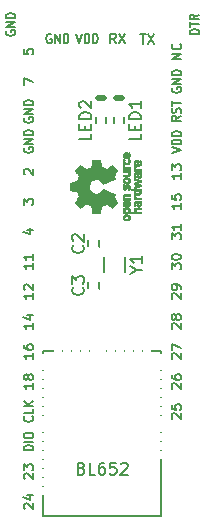
<source format=gto>
G04 #@! TF.FileFunction,Legend,Top*
%FSLAX46Y46*%
G04 Gerber Fmt 4.6, Leading zero omitted, Abs format (unit mm)*
G04 Created by KiCad (PCBNEW 4.0.7) date 01/05/18 23:13:41*
%MOMM*%
%LPD*%
G01*
G04 APERTURE LIST*
%ADD10C,0.100000*%
%ADD11C,0.500000*%
%ADD12C,0.150000*%
%ADD13C,0.010000*%
%ADD14R,0.700000X1.500000*%
%ADD15R,1.500000X0.700000*%
%ADD16R,2.000000X1.650000*%
%ADD17C,1.600000*%
%ADD18R,1.000000X1.200000*%
G04 APERTURE END LIST*
D10*
D11*
X137668000Y-96647000D02*
X138176000Y-96647000D01*
X136144000Y-96647000D02*
X136652000Y-96647000D01*
D12*
X141525000Y-132080000D02*
X131525000Y-132080000D01*
X131525000Y-132080000D02*
X131525000Y-118080000D01*
X131525000Y-118080000D02*
X141525000Y-118080000D01*
X141525000Y-118080000D02*
X141525000Y-132080000D01*
X138430000Y-111379000D02*
X138430000Y-110109000D01*
X136652000Y-111379000D02*
X136652000Y-110109000D01*
D13*
G36*
X138248184Y-106048759D02*
X138261282Y-106022247D01*
X138284106Y-105989553D01*
X138308996Y-105965725D01*
X138340249Y-105949406D01*
X138382166Y-105939240D01*
X138439044Y-105933872D01*
X138515184Y-105931944D01*
X138547917Y-105931831D01*
X138619656Y-105932161D01*
X138670927Y-105933527D01*
X138706404Y-105936500D01*
X138730763Y-105941649D01*
X138748680Y-105949543D01*
X138760902Y-105957757D01*
X138812905Y-106010187D01*
X138844184Y-106071930D01*
X138853592Y-106138536D01*
X138839980Y-106205558D01*
X138830354Y-106226792D01*
X138803859Y-106277624D01*
X139219052Y-106277624D01*
X139199868Y-106240525D01*
X139185025Y-106191643D01*
X139181222Y-106131561D01*
X139188243Y-106071564D01*
X139204013Y-106026256D01*
X139234047Y-105988675D01*
X139277024Y-105956564D01*
X139281436Y-105954150D01*
X139302221Y-105943967D01*
X139323170Y-105936530D01*
X139348548Y-105931411D01*
X139382618Y-105928181D01*
X139429641Y-105926413D01*
X139493882Y-105925677D01*
X139566176Y-105925544D01*
X139796822Y-105925544D01*
X139796822Y-106063861D01*
X139371533Y-106063861D01*
X139338979Y-106102549D01*
X139312940Y-106142738D01*
X139308205Y-106180797D01*
X139320389Y-106219066D01*
X139332320Y-106239462D01*
X139349313Y-106254642D01*
X139374995Y-106265438D01*
X139412991Y-106272683D01*
X139466926Y-106277208D01*
X139540425Y-106279844D01*
X139589347Y-106280772D01*
X139790535Y-106283911D01*
X139794336Y-106349926D01*
X139798136Y-106415940D01*
X138549650Y-106415940D01*
X138549650Y-106277624D01*
X138619254Y-106274097D01*
X138667569Y-106262215D01*
X138697631Y-106240020D01*
X138712471Y-106205559D01*
X138715436Y-106170742D01*
X138712028Y-106131329D01*
X138698617Y-106105171D01*
X138680896Y-106088814D01*
X138661835Y-106075937D01*
X138640601Y-106068272D01*
X138610849Y-106064861D01*
X138566236Y-106064749D01*
X138528880Y-106065897D01*
X138472604Y-106068532D01*
X138435658Y-106072456D01*
X138412223Y-106079063D01*
X138396480Y-106089749D01*
X138387380Y-106099833D01*
X138367537Y-106141970D01*
X138364332Y-106191840D01*
X138371168Y-106220476D01*
X138395464Y-106248828D01*
X138442728Y-106267609D01*
X138512624Y-106276712D01*
X138549650Y-106277624D01*
X138549650Y-106415940D01*
X138237614Y-106415940D01*
X138237614Y-106346782D01*
X138239256Y-106305260D01*
X138245087Y-106283838D01*
X138256461Y-106277626D01*
X138256798Y-106277624D01*
X138267938Y-106274742D01*
X138266673Y-106262030D01*
X138254433Y-106236757D01*
X138235707Y-106177869D01*
X138233739Y-106111615D01*
X138248184Y-106048759D01*
X138248184Y-106048759D01*
G37*
X138248184Y-106048759D02*
X138261282Y-106022247D01*
X138284106Y-105989553D01*
X138308996Y-105965725D01*
X138340249Y-105949406D01*
X138382166Y-105939240D01*
X138439044Y-105933872D01*
X138515184Y-105931944D01*
X138547917Y-105931831D01*
X138619656Y-105932161D01*
X138670927Y-105933527D01*
X138706404Y-105936500D01*
X138730763Y-105941649D01*
X138748680Y-105949543D01*
X138760902Y-105957757D01*
X138812905Y-106010187D01*
X138844184Y-106071930D01*
X138853592Y-106138536D01*
X138839980Y-106205558D01*
X138830354Y-106226792D01*
X138803859Y-106277624D01*
X139219052Y-106277624D01*
X139199868Y-106240525D01*
X139185025Y-106191643D01*
X139181222Y-106131561D01*
X139188243Y-106071564D01*
X139204013Y-106026256D01*
X139234047Y-105988675D01*
X139277024Y-105956564D01*
X139281436Y-105954150D01*
X139302221Y-105943967D01*
X139323170Y-105936530D01*
X139348548Y-105931411D01*
X139382618Y-105928181D01*
X139429641Y-105926413D01*
X139493882Y-105925677D01*
X139566176Y-105925544D01*
X139796822Y-105925544D01*
X139796822Y-106063861D01*
X139371533Y-106063861D01*
X139338979Y-106102549D01*
X139312940Y-106142738D01*
X139308205Y-106180797D01*
X139320389Y-106219066D01*
X139332320Y-106239462D01*
X139349313Y-106254642D01*
X139374995Y-106265438D01*
X139412991Y-106272683D01*
X139466926Y-106277208D01*
X139540425Y-106279844D01*
X139589347Y-106280772D01*
X139790535Y-106283911D01*
X139794336Y-106349926D01*
X139798136Y-106415940D01*
X138549650Y-106415940D01*
X138549650Y-106277624D01*
X138619254Y-106274097D01*
X138667569Y-106262215D01*
X138697631Y-106240020D01*
X138712471Y-106205559D01*
X138715436Y-106170742D01*
X138712028Y-106131329D01*
X138698617Y-106105171D01*
X138680896Y-106088814D01*
X138661835Y-106075937D01*
X138640601Y-106068272D01*
X138610849Y-106064861D01*
X138566236Y-106064749D01*
X138528880Y-106065897D01*
X138472604Y-106068532D01*
X138435658Y-106072456D01*
X138412223Y-106079063D01*
X138396480Y-106089749D01*
X138387380Y-106099833D01*
X138367537Y-106141970D01*
X138364332Y-106191840D01*
X138371168Y-106220476D01*
X138395464Y-106248828D01*
X138442728Y-106267609D01*
X138512624Y-106276712D01*
X138549650Y-106277624D01*
X138549650Y-106415940D01*
X138237614Y-106415940D01*
X138237614Y-106346782D01*
X138239256Y-106305260D01*
X138245087Y-106283838D01*
X138256461Y-106277626D01*
X138256798Y-106277624D01*
X138267938Y-106274742D01*
X138266673Y-106262030D01*
X138254433Y-106236757D01*
X138235707Y-106177869D01*
X138233739Y-106111615D01*
X138248184Y-106048759D01*
G36*
X139185555Y-105524210D02*
X139201339Y-105465055D01*
X139229948Y-105420023D01*
X139267419Y-105388246D01*
X139283411Y-105378366D01*
X139300163Y-105371073D01*
X139321592Y-105365974D01*
X139351616Y-105362679D01*
X139394154Y-105360797D01*
X139453122Y-105359937D01*
X139532440Y-105359707D01*
X139553484Y-105359703D01*
X139796822Y-105359703D01*
X139796822Y-105420059D01*
X139794126Y-105458557D01*
X139787295Y-105487023D01*
X139783083Y-105494155D01*
X139775813Y-105513652D01*
X139783083Y-105533566D01*
X139792160Y-105566353D01*
X139795813Y-105613978D01*
X139794228Y-105666764D01*
X139787589Y-105715036D01*
X139779072Y-105743218D01*
X139744063Y-105797753D01*
X139695479Y-105831835D01*
X139630882Y-105847157D01*
X139629223Y-105847299D01*
X139600566Y-105845955D01*
X139600566Y-105724356D01*
X139633161Y-105713726D01*
X139651505Y-105696410D01*
X139665379Y-105661652D01*
X139670917Y-105615773D01*
X139668191Y-105568988D01*
X139657274Y-105531514D01*
X139650269Y-105521015D01*
X139617904Y-105502668D01*
X139581111Y-105498020D01*
X139532763Y-105498020D01*
X139532763Y-105567582D01*
X139537850Y-105633667D01*
X139552263Y-105683764D01*
X139574729Y-105714929D01*
X139600566Y-105724356D01*
X139600566Y-105845955D01*
X139558647Y-105843987D01*
X139502845Y-105820710D01*
X139460647Y-105776948D01*
X139456808Y-105770899D01*
X139444309Y-105744907D01*
X139436740Y-105712735D01*
X139433061Y-105667760D01*
X139432216Y-105614331D01*
X139432169Y-105498020D01*
X139383411Y-105498020D01*
X139345581Y-105502953D01*
X139320236Y-105515543D01*
X139318887Y-105517017D01*
X139307800Y-105545034D01*
X139303503Y-105587326D01*
X139305615Y-105634064D01*
X139313756Y-105675418D01*
X139325965Y-105699957D01*
X139335746Y-105713253D01*
X139337613Y-105727294D01*
X139329600Y-105746671D01*
X139309739Y-105775976D01*
X139276063Y-105819803D01*
X139272909Y-105823825D01*
X139261236Y-105821764D01*
X139241822Y-105804568D01*
X139220248Y-105778433D01*
X139202096Y-105749552D01*
X139197809Y-105740478D01*
X139189256Y-105707380D01*
X139183155Y-105658880D01*
X139180708Y-105604695D01*
X139180703Y-105602161D01*
X139185555Y-105524210D01*
X139185555Y-105524210D01*
G37*
X139185555Y-105524210D02*
X139201339Y-105465055D01*
X139229948Y-105420023D01*
X139267419Y-105388246D01*
X139283411Y-105378366D01*
X139300163Y-105371073D01*
X139321592Y-105365974D01*
X139351616Y-105362679D01*
X139394154Y-105360797D01*
X139453122Y-105359937D01*
X139532440Y-105359707D01*
X139553484Y-105359703D01*
X139796822Y-105359703D01*
X139796822Y-105420059D01*
X139794126Y-105458557D01*
X139787295Y-105487023D01*
X139783083Y-105494155D01*
X139775813Y-105513652D01*
X139783083Y-105533566D01*
X139792160Y-105566353D01*
X139795813Y-105613978D01*
X139794228Y-105666764D01*
X139787589Y-105715036D01*
X139779072Y-105743218D01*
X139744063Y-105797753D01*
X139695479Y-105831835D01*
X139630882Y-105847157D01*
X139629223Y-105847299D01*
X139600566Y-105845955D01*
X139600566Y-105724356D01*
X139633161Y-105713726D01*
X139651505Y-105696410D01*
X139665379Y-105661652D01*
X139670917Y-105615773D01*
X139668191Y-105568988D01*
X139657274Y-105531514D01*
X139650269Y-105521015D01*
X139617904Y-105502668D01*
X139581111Y-105498020D01*
X139532763Y-105498020D01*
X139532763Y-105567582D01*
X139537850Y-105633667D01*
X139552263Y-105683764D01*
X139574729Y-105714929D01*
X139600566Y-105724356D01*
X139600566Y-105845955D01*
X139558647Y-105843987D01*
X139502845Y-105820710D01*
X139460647Y-105776948D01*
X139456808Y-105770899D01*
X139444309Y-105744907D01*
X139436740Y-105712735D01*
X139433061Y-105667760D01*
X139432216Y-105614331D01*
X139432169Y-105498020D01*
X139383411Y-105498020D01*
X139345581Y-105502953D01*
X139320236Y-105515543D01*
X139318887Y-105517017D01*
X139307800Y-105545034D01*
X139303503Y-105587326D01*
X139305615Y-105634064D01*
X139313756Y-105675418D01*
X139325965Y-105699957D01*
X139335746Y-105713253D01*
X139337613Y-105727294D01*
X139329600Y-105746671D01*
X139309739Y-105775976D01*
X139276063Y-105819803D01*
X139272909Y-105823825D01*
X139261236Y-105821764D01*
X139241822Y-105804568D01*
X139220248Y-105778433D01*
X139202096Y-105749552D01*
X139197809Y-105740478D01*
X139189256Y-105707380D01*
X139183155Y-105658880D01*
X139180708Y-105604695D01*
X139180703Y-105602161D01*
X139185555Y-105524210D01*
G36*
X139182020Y-105133356D02*
X139187660Y-105114539D01*
X139200053Y-105108473D01*
X139205647Y-105108218D01*
X139221230Y-105107129D01*
X139223676Y-105099632D01*
X139212993Y-105079381D01*
X139205694Y-105067351D01*
X139190063Y-105029400D01*
X139182334Y-104984072D01*
X139181740Y-104936544D01*
X139187513Y-104891995D01*
X139198884Y-104855602D01*
X139215088Y-104832543D01*
X139235355Y-104827996D01*
X139240843Y-104830291D01*
X139263626Y-104847020D01*
X139291647Y-104872963D01*
X139296177Y-104877655D01*
X139317005Y-104902383D01*
X139323735Y-104923718D01*
X139319038Y-104953555D01*
X139315917Y-104965508D01*
X139308421Y-105002705D01*
X139311792Y-105028859D01*
X139323681Y-105050946D01*
X139339635Y-105071178D01*
X139359700Y-105086079D01*
X139387702Y-105096434D01*
X139427467Y-105103029D01*
X139482823Y-105106649D01*
X139557594Y-105108078D01*
X139602740Y-105108218D01*
X139796822Y-105108218D01*
X139796822Y-105233960D01*
X139180683Y-105233960D01*
X139180683Y-105171089D01*
X139182020Y-105133356D01*
X139182020Y-105133356D01*
G37*
X139182020Y-105133356D02*
X139187660Y-105114539D01*
X139200053Y-105108473D01*
X139205647Y-105108218D01*
X139221230Y-105107129D01*
X139223676Y-105099632D01*
X139212993Y-105079381D01*
X139205694Y-105067351D01*
X139190063Y-105029400D01*
X139182334Y-104984072D01*
X139181740Y-104936544D01*
X139187513Y-104891995D01*
X139198884Y-104855602D01*
X139215088Y-104832543D01*
X139235355Y-104827996D01*
X139240843Y-104830291D01*
X139263626Y-104847020D01*
X139291647Y-104872963D01*
X139296177Y-104877655D01*
X139317005Y-104902383D01*
X139323735Y-104923718D01*
X139319038Y-104953555D01*
X139315917Y-104965508D01*
X139308421Y-105002705D01*
X139311792Y-105028859D01*
X139323681Y-105050946D01*
X139339635Y-105071178D01*
X139359700Y-105086079D01*
X139387702Y-105096434D01*
X139427467Y-105103029D01*
X139482823Y-105106649D01*
X139557594Y-105108078D01*
X139602740Y-105108218D01*
X139796822Y-105108218D01*
X139796822Y-105233960D01*
X139180683Y-105233960D01*
X139180683Y-105171089D01*
X139182020Y-105133356D01*
G36*
X139796822Y-104341188D02*
X139796822Y-104410346D01*
X139795645Y-104450488D01*
X139790772Y-104471394D01*
X139780186Y-104478922D01*
X139773029Y-104479505D01*
X139758676Y-104480774D01*
X139755923Y-104488779D01*
X139764771Y-104509815D01*
X139773029Y-104526173D01*
X139792597Y-104588977D01*
X139793729Y-104657248D01*
X139779135Y-104712752D01*
X139743877Y-104764438D01*
X139691835Y-104803838D01*
X139630450Y-104825413D01*
X139627018Y-104825962D01*
X139589571Y-104829167D01*
X139535813Y-104830761D01*
X139495155Y-104830633D01*
X139495155Y-104693279D01*
X139549194Y-104690097D01*
X139593735Y-104682859D01*
X139618888Y-104673060D01*
X139653260Y-104635989D01*
X139665582Y-104591974D01*
X139655618Y-104546584D01*
X139625895Y-104507797D01*
X139605905Y-104493108D01*
X139582050Y-104484519D01*
X139547230Y-104480496D01*
X139494930Y-104479505D01*
X139443139Y-104481278D01*
X139397634Y-104485963D01*
X139367181Y-104492603D01*
X139364452Y-104493710D01*
X139332000Y-104520491D01*
X139314183Y-104559579D01*
X139311306Y-104603315D01*
X139323674Y-104644038D01*
X139351593Y-104674087D01*
X139357148Y-104677204D01*
X139391022Y-104686961D01*
X139439728Y-104692277D01*
X139495155Y-104693279D01*
X139495155Y-104830633D01*
X139474540Y-104830568D01*
X139441563Y-104829664D01*
X139359981Y-104823514D01*
X139298730Y-104810733D01*
X139253449Y-104789471D01*
X139219779Y-104757878D01*
X139200014Y-104727207D01*
X139186120Y-104684354D01*
X139181354Y-104631056D01*
X139185236Y-104576480D01*
X139197282Y-104529792D01*
X139211693Y-104505124D01*
X139234878Y-104479505D01*
X138941773Y-104479505D01*
X138941773Y-104341188D01*
X139796822Y-104341188D01*
X139796822Y-104341188D01*
G37*
X139796822Y-104341188D02*
X139796822Y-104410346D01*
X139795645Y-104450488D01*
X139790772Y-104471394D01*
X139780186Y-104478922D01*
X139773029Y-104479505D01*
X139758676Y-104480774D01*
X139755923Y-104488779D01*
X139764771Y-104509815D01*
X139773029Y-104526173D01*
X139792597Y-104588977D01*
X139793729Y-104657248D01*
X139779135Y-104712752D01*
X139743877Y-104764438D01*
X139691835Y-104803838D01*
X139630450Y-104825413D01*
X139627018Y-104825962D01*
X139589571Y-104829167D01*
X139535813Y-104830761D01*
X139495155Y-104830633D01*
X139495155Y-104693279D01*
X139549194Y-104690097D01*
X139593735Y-104682859D01*
X139618888Y-104673060D01*
X139653260Y-104635989D01*
X139665582Y-104591974D01*
X139655618Y-104546584D01*
X139625895Y-104507797D01*
X139605905Y-104493108D01*
X139582050Y-104484519D01*
X139547230Y-104480496D01*
X139494930Y-104479505D01*
X139443139Y-104481278D01*
X139397634Y-104485963D01*
X139367181Y-104492603D01*
X139364452Y-104493710D01*
X139332000Y-104520491D01*
X139314183Y-104559579D01*
X139311306Y-104603315D01*
X139323674Y-104644038D01*
X139351593Y-104674087D01*
X139357148Y-104677204D01*
X139391022Y-104686961D01*
X139439728Y-104692277D01*
X139495155Y-104693279D01*
X139495155Y-104830633D01*
X139474540Y-104830568D01*
X139441563Y-104829664D01*
X139359981Y-104823514D01*
X139298730Y-104810733D01*
X139253449Y-104789471D01*
X139219779Y-104757878D01*
X139200014Y-104727207D01*
X139186120Y-104684354D01*
X139181354Y-104631056D01*
X139185236Y-104576480D01*
X139197282Y-104529792D01*
X139211693Y-104505124D01*
X139234878Y-104479505D01*
X138941773Y-104479505D01*
X138941773Y-104341188D01*
X139796822Y-104341188D01*
G36*
X139183237Y-103858476D02*
X139186971Y-103808745D01*
X139576773Y-103678709D01*
X139507614Y-103658322D01*
X139464874Y-103646054D01*
X139407115Y-103629915D01*
X139343625Y-103612488D01*
X139309570Y-103603274D01*
X139180683Y-103568612D01*
X139180683Y-103425609D01*
X139315857Y-103468354D01*
X139382342Y-103489404D01*
X139462539Y-103514833D01*
X139546193Y-103541390D01*
X139620782Y-103565098D01*
X139790535Y-103619098D01*
X139794328Y-103677402D01*
X139798122Y-103735705D01*
X139693734Y-103767321D01*
X139628889Y-103786818D01*
X139557400Y-103808096D01*
X139494263Y-103826692D01*
X139491750Y-103827426D01*
X139448969Y-103841316D01*
X139419779Y-103853571D01*
X139408741Y-103862154D01*
X139410018Y-103863918D01*
X139427130Y-103870109D01*
X139463787Y-103881872D01*
X139515378Y-103897775D01*
X139577294Y-103916386D01*
X139611352Y-103926457D01*
X139796822Y-103980993D01*
X139796822Y-104096736D01*
X139504471Y-104189263D01*
X139422462Y-104215256D01*
X139347987Y-104238934D01*
X139284544Y-104259180D01*
X139235632Y-104274874D01*
X139204749Y-104284898D01*
X139195726Y-104287945D01*
X139186487Y-104285533D01*
X139182441Y-104266592D01*
X139182846Y-104227177D01*
X139183152Y-104221007D01*
X139186971Y-104147914D01*
X139363010Y-104100043D01*
X139427211Y-104082447D01*
X139483649Y-104066723D01*
X139527422Y-104054254D01*
X139553630Y-104046426D01*
X139557903Y-104044980D01*
X139552990Y-104038986D01*
X139527532Y-104026899D01*
X139484997Y-104010107D01*
X139428850Y-103989997D01*
X139378130Y-103972997D01*
X139179504Y-103908206D01*
X139183237Y-103858476D01*
X139183237Y-103858476D01*
G37*
X139183237Y-103858476D02*
X139186971Y-103808745D01*
X139576773Y-103678709D01*
X139507614Y-103658322D01*
X139464874Y-103646054D01*
X139407115Y-103629915D01*
X139343625Y-103612488D01*
X139309570Y-103603274D01*
X139180683Y-103568612D01*
X139180683Y-103425609D01*
X139315857Y-103468354D01*
X139382342Y-103489404D01*
X139462539Y-103514833D01*
X139546193Y-103541390D01*
X139620782Y-103565098D01*
X139790535Y-103619098D01*
X139794328Y-103677402D01*
X139798122Y-103735705D01*
X139693734Y-103767321D01*
X139628889Y-103786818D01*
X139557400Y-103808096D01*
X139494263Y-103826692D01*
X139491750Y-103827426D01*
X139448969Y-103841316D01*
X139419779Y-103853571D01*
X139408741Y-103862154D01*
X139410018Y-103863918D01*
X139427130Y-103870109D01*
X139463787Y-103881872D01*
X139515378Y-103897775D01*
X139577294Y-103916386D01*
X139611352Y-103926457D01*
X139796822Y-103980993D01*
X139796822Y-104096736D01*
X139504471Y-104189263D01*
X139422462Y-104215256D01*
X139347987Y-104238934D01*
X139284544Y-104259180D01*
X139235632Y-104274874D01*
X139204749Y-104284898D01*
X139195726Y-104287945D01*
X139186487Y-104285533D01*
X139182441Y-104266592D01*
X139182846Y-104227177D01*
X139183152Y-104221007D01*
X139186971Y-104147914D01*
X139363010Y-104100043D01*
X139427211Y-104082447D01*
X139483649Y-104066723D01*
X139527422Y-104054254D01*
X139553630Y-104046426D01*
X139557903Y-104044980D01*
X139552990Y-104038986D01*
X139527532Y-104026899D01*
X139484997Y-104010107D01*
X139428850Y-103989997D01*
X139378130Y-103972997D01*
X139179504Y-103908206D01*
X139183237Y-103858476D01*
G36*
X139184417Y-103101589D02*
X139197290Y-103048589D01*
X139204110Y-103033269D01*
X139221974Y-103003572D01*
X139242093Y-102980780D01*
X139267962Y-102963917D01*
X139303073Y-102952002D01*
X139350920Y-102944058D01*
X139414996Y-102939106D01*
X139498794Y-102936169D01*
X139554768Y-102935053D01*
X139796822Y-102930948D01*
X139796822Y-103001068D01*
X139795038Y-103043607D01*
X139788942Y-103065524D01*
X139778706Y-103071188D01*
X139767637Y-103074179D01*
X139769754Y-103087549D01*
X139778629Y-103105767D01*
X139792233Y-103151376D01*
X139795899Y-103209993D01*
X139789903Y-103271646D01*
X139774521Y-103326362D01*
X139772386Y-103331270D01*
X139737255Y-103381277D01*
X139688419Y-103414244D01*
X139631333Y-103429413D01*
X139610824Y-103428254D01*
X139610824Y-103304492D01*
X139638425Y-103293587D01*
X139658204Y-103261255D01*
X139668819Y-103209090D01*
X139670228Y-103181213D01*
X139666620Y-103134753D01*
X139652597Y-103103871D01*
X139645931Y-103096336D01*
X139609666Y-103075924D01*
X139576773Y-103071188D01*
X139532763Y-103071188D01*
X139532763Y-103132487D01*
X139536395Y-103203744D01*
X139547818Y-103253724D01*
X139567824Y-103285304D01*
X139576743Y-103292374D01*
X139610824Y-103304492D01*
X139610824Y-103428254D01*
X139571456Y-103426029D01*
X139514244Y-103403337D01*
X139475580Y-103372376D01*
X139458864Y-103353624D01*
X139447878Y-103335267D01*
X139441180Y-103311381D01*
X139437326Y-103276043D01*
X139434873Y-103223331D01*
X139434168Y-103202423D01*
X139429879Y-103071188D01*
X139390158Y-103071380D01*
X139348405Y-103076463D01*
X139323158Y-103094838D01*
X139307030Y-103131961D01*
X139306742Y-103132957D01*
X139300400Y-103185590D01*
X139308684Y-103237094D01*
X139328827Y-103275370D01*
X139338773Y-103290728D01*
X139337397Y-103307270D01*
X139322987Y-103332725D01*
X139312817Y-103347672D01*
X139291088Y-103376909D01*
X139274800Y-103395020D01*
X139270137Y-103397926D01*
X139246005Y-103385960D01*
X139217185Y-103350604D01*
X139207461Y-103335247D01*
X139190714Y-103291099D01*
X139181227Y-103231602D01*
X139179095Y-103165513D01*
X139184417Y-103101589D01*
X139184417Y-103101589D01*
G37*
X139184417Y-103101589D02*
X139197290Y-103048589D01*
X139204110Y-103033269D01*
X139221974Y-103003572D01*
X139242093Y-102980780D01*
X139267962Y-102963917D01*
X139303073Y-102952002D01*
X139350920Y-102944058D01*
X139414996Y-102939106D01*
X139498794Y-102936169D01*
X139554768Y-102935053D01*
X139796822Y-102930948D01*
X139796822Y-103001068D01*
X139795038Y-103043607D01*
X139788942Y-103065524D01*
X139778706Y-103071188D01*
X139767637Y-103074179D01*
X139769754Y-103087549D01*
X139778629Y-103105767D01*
X139792233Y-103151376D01*
X139795899Y-103209993D01*
X139789903Y-103271646D01*
X139774521Y-103326362D01*
X139772386Y-103331270D01*
X139737255Y-103381277D01*
X139688419Y-103414244D01*
X139631333Y-103429413D01*
X139610824Y-103428254D01*
X139610824Y-103304492D01*
X139638425Y-103293587D01*
X139658204Y-103261255D01*
X139668819Y-103209090D01*
X139670228Y-103181213D01*
X139666620Y-103134753D01*
X139652597Y-103103871D01*
X139645931Y-103096336D01*
X139609666Y-103075924D01*
X139576773Y-103071188D01*
X139532763Y-103071188D01*
X139532763Y-103132487D01*
X139536395Y-103203744D01*
X139547818Y-103253724D01*
X139567824Y-103285304D01*
X139576743Y-103292374D01*
X139610824Y-103304492D01*
X139610824Y-103428254D01*
X139571456Y-103426029D01*
X139514244Y-103403337D01*
X139475580Y-103372376D01*
X139458864Y-103353624D01*
X139447878Y-103335267D01*
X139441180Y-103311381D01*
X139437326Y-103276043D01*
X139434873Y-103223331D01*
X139434168Y-103202423D01*
X139429879Y-103071188D01*
X139390158Y-103071380D01*
X139348405Y-103076463D01*
X139323158Y-103094838D01*
X139307030Y-103131961D01*
X139306742Y-103132957D01*
X139300400Y-103185590D01*
X139308684Y-103237094D01*
X139328827Y-103275370D01*
X139338773Y-103290728D01*
X139337397Y-103307270D01*
X139322987Y-103332725D01*
X139312817Y-103347672D01*
X139291088Y-103376909D01*
X139274800Y-103395020D01*
X139270137Y-103397926D01*
X139246005Y-103385960D01*
X139217185Y-103350604D01*
X139207461Y-103335247D01*
X139190714Y-103291099D01*
X139181227Y-103231602D01*
X139179095Y-103165513D01*
X139184417Y-103101589D01*
G36*
X139180486Y-102504745D02*
X139190015Y-102456405D01*
X139204125Y-102428886D01*
X139227568Y-102399936D01*
X139279571Y-102441124D01*
X139311064Y-102466518D01*
X139326428Y-102483762D01*
X139328776Y-102500898D01*
X139321217Y-102525973D01*
X139316941Y-102537743D01*
X139310631Y-102585730D01*
X139324156Y-102629676D01*
X139354710Y-102661940D01*
X139364452Y-102667181D01*
X139390258Y-102672888D01*
X139437817Y-102677294D01*
X139503758Y-102680189D01*
X139584710Y-102681369D01*
X139596226Y-102681386D01*
X139796822Y-102681386D01*
X139796822Y-102819703D01*
X139180683Y-102819703D01*
X139180683Y-102750544D01*
X139181725Y-102710667D01*
X139186358Y-102689893D01*
X139196849Y-102682211D01*
X139206745Y-102681386D01*
X139232806Y-102681386D01*
X139206745Y-102648255D01*
X139188965Y-102610265D01*
X139180174Y-102559230D01*
X139180486Y-102504745D01*
X139180486Y-102504745D01*
G37*
X139180486Y-102504745D02*
X139190015Y-102456405D01*
X139204125Y-102428886D01*
X139227568Y-102399936D01*
X139279571Y-102441124D01*
X139311064Y-102466518D01*
X139326428Y-102483762D01*
X139328776Y-102500898D01*
X139321217Y-102525973D01*
X139316941Y-102537743D01*
X139310631Y-102585730D01*
X139324156Y-102629676D01*
X139354710Y-102661940D01*
X139364452Y-102667181D01*
X139390258Y-102672888D01*
X139437817Y-102677294D01*
X139503758Y-102680189D01*
X139584710Y-102681369D01*
X139596226Y-102681386D01*
X139796822Y-102681386D01*
X139796822Y-102819703D01*
X139180683Y-102819703D01*
X139180683Y-102750544D01*
X139181725Y-102710667D01*
X139186358Y-102689893D01*
X139196849Y-102682211D01*
X139206745Y-102681386D01*
X139232806Y-102681386D01*
X139206745Y-102648255D01*
X139188965Y-102610265D01*
X139180174Y-102559230D01*
X139180486Y-102504745D01*
G36*
X139183970Y-102107419D02*
X139199597Y-102047315D01*
X139231848Y-101996979D01*
X139255940Y-101972607D01*
X139312895Y-101932655D01*
X139378965Y-101909758D01*
X139460182Y-101901892D01*
X139466748Y-101901852D01*
X139532763Y-101901782D01*
X139532763Y-102281736D01*
X139567342Y-102273637D01*
X139598659Y-102259013D01*
X139631291Y-102233419D01*
X139636500Y-102228065D01*
X139664694Y-102182057D01*
X139669475Y-102129590D01*
X139650926Y-102069197D01*
X139645931Y-102058960D01*
X139630745Y-102027561D01*
X139622094Y-102006530D01*
X139621293Y-102002861D01*
X139629063Y-101990052D01*
X139648072Y-101965622D01*
X139658460Y-101953221D01*
X139682321Y-101927524D01*
X139698077Y-101919085D01*
X139712571Y-101924942D01*
X139716534Y-101928072D01*
X139733879Y-101949275D01*
X139754959Y-101984262D01*
X139767265Y-102008663D01*
X139788946Y-102077928D01*
X139795971Y-102154612D01*
X139787647Y-102227235D01*
X139781686Y-102247574D01*
X139747952Y-102310524D01*
X139696045Y-102357185D01*
X139625459Y-102387827D01*
X139535692Y-102402718D01*
X139488753Y-102404353D01*
X139420413Y-102399579D01*
X139420413Y-102279010D01*
X139425465Y-102267348D01*
X139429429Y-102236002D01*
X139431768Y-102190429D01*
X139432169Y-102159554D01*
X139431783Y-102104019D01*
X139429975Y-102068967D01*
X139425773Y-102049738D01*
X139418203Y-102041670D01*
X139407218Y-102040099D01*
X139373381Y-102050879D01*
X139339940Y-102078020D01*
X139314272Y-102113723D01*
X139303772Y-102149440D01*
X139313086Y-102197952D01*
X139340013Y-102239947D01*
X139378827Y-102269064D01*
X139420413Y-102279010D01*
X139420413Y-102399579D01*
X139389236Y-102397401D01*
X139309949Y-102375945D01*
X139250263Y-102339530D01*
X139209549Y-102287703D01*
X139187179Y-102220010D01*
X139182871Y-102183338D01*
X139183970Y-102107419D01*
X139183970Y-102107419D01*
G37*
X139183970Y-102107419D02*
X139199597Y-102047315D01*
X139231848Y-101996979D01*
X139255940Y-101972607D01*
X139312895Y-101932655D01*
X139378965Y-101909758D01*
X139460182Y-101901892D01*
X139466748Y-101901852D01*
X139532763Y-101901782D01*
X139532763Y-102281736D01*
X139567342Y-102273637D01*
X139598659Y-102259013D01*
X139631291Y-102233419D01*
X139636500Y-102228065D01*
X139664694Y-102182057D01*
X139669475Y-102129590D01*
X139650926Y-102069197D01*
X139645931Y-102058960D01*
X139630745Y-102027561D01*
X139622094Y-102006530D01*
X139621293Y-102002861D01*
X139629063Y-101990052D01*
X139648072Y-101965622D01*
X139658460Y-101953221D01*
X139682321Y-101927524D01*
X139698077Y-101919085D01*
X139712571Y-101924942D01*
X139716534Y-101928072D01*
X139733879Y-101949275D01*
X139754959Y-101984262D01*
X139767265Y-102008663D01*
X139788946Y-102077928D01*
X139795971Y-102154612D01*
X139787647Y-102227235D01*
X139781686Y-102247574D01*
X139747952Y-102310524D01*
X139696045Y-102357185D01*
X139625459Y-102387827D01*
X139535692Y-102402718D01*
X139488753Y-102404353D01*
X139420413Y-102399579D01*
X139420413Y-102279010D01*
X139425465Y-102267348D01*
X139429429Y-102236002D01*
X139431768Y-102190429D01*
X139432169Y-102159554D01*
X139431783Y-102104019D01*
X139429975Y-102068967D01*
X139425773Y-102049738D01*
X139418203Y-102041670D01*
X139407218Y-102040099D01*
X139373381Y-102050879D01*
X139339940Y-102078020D01*
X139314272Y-102113723D01*
X139303772Y-102149440D01*
X139313086Y-102197952D01*
X139340013Y-102239947D01*
X139378827Y-102269064D01*
X139420413Y-102279010D01*
X139420413Y-102399579D01*
X139389236Y-102397401D01*
X139309949Y-102375945D01*
X139250263Y-102339530D01*
X139209549Y-102287703D01*
X139187179Y-102220010D01*
X139182871Y-102183338D01*
X139183970Y-102107419D01*
G36*
X138244148Y-106678261D02*
X138273231Y-106612479D01*
X138321793Y-106562540D01*
X138389908Y-106528374D01*
X138477651Y-106509907D01*
X138491351Y-106508583D01*
X138587939Y-106507546D01*
X138672602Y-106520993D01*
X138741221Y-106548108D01*
X138763294Y-106562627D01*
X138810011Y-106613201D01*
X138840268Y-106677609D01*
X138852824Y-106749666D01*
X138846439Y-106823185D01*
X138826772Y-106879072D01*
X138793629Y-106927132D01*
X138750175Y-106966412D01*
X138749158Y-106967092D01*
X138722338Y-106983044D01*
X138695368Y-106993410D01*
X138661332Y-106999688D01*
X138613310Y-107003373D01*
X138573931Y-107004997D01*
X138538219Y-107005672D01*
X138538219Y-106879955D01*
X138573770Y-106878726D01*
X138621094Y-106874266D01*
X138651465Y-106866397D01*
X138673072Y-106852207D01*
X138685694Y-106838917D01*
X138712122Y-106791802D01*
X138715653Y-106742505D01*
X138696639Y-106696593D01*
X138675331Y-106673638D01*
X138653859Y-106657096D01*
X138633313Y-106647421D01*
X138606574Y-106643174D01*
X138566523Y-106642920D01*
X138529638Y-106644228D01*
X138476947Y-106647043D01*
X138442772Y-106651505D01*
X138420480Y-106659548D01*
X138403442Y-106673103D01*
X138393703Y-106683845D01*
X138368123Y-106728777D01*
X138366847Y-106777249D01*
X138381999Y-106817894D01*
X138413642Y-106852567D01*
X138465620Y-106873224D01*
X138538219Y-106879955D01*
X138538219Y-107005672D01*
X138495621Y-107006479D01*
X138437056Y-107003948D01*
X138393007Y-106996362D01*
X138358248Y-106982681D01*
X138327551Y-106961865D01*
X138318436Y-106954147D01*
X138273021Y-106905889D01*
X138246493Y-106854128D01*
X138235379Y-106790828D01*
X138234471Y-106759961D01*
X138244148Y-106678261D01*
X138244148Y-106678261D01*
G37*
X138244148Y-106678261D02*
X138273231Y-106612479D01*
X138321793Y-106562540D01*
X138389908Y-106528374D01*
X138477651Y-106509907D01*
X138491351Y-106508583D01*
X138587939Y-106507546D01*
X138672602Y-106520993D01*
X138741221Y-106548108D01*
X138763294Y-106562627D01*
X138810011Y-106613201D01*
X138840268Y-106677609D01*
X138852824Y-106749666D01*
X138846439Y-106823185D01*
X138826772Y-106879072D01*
X138793629Y-106927132D01*
X138750175Y-106966412D01*
X138749158Y-106967092D01*
X138722338Y-106983044D01*
X138695368Y-106993410D01*
X138661332Y-106999688D01*
X138613310Y-107003373D01*
X138573931Y-107004997D01*
X138538219Y-107005672D01*
X138538219Y-106879955D01*
X138573770Y-106878726D01*
X138621094Y-106874266D01*
X138651465Y-106866397D01*
X138673072Y-106852207D01*
X138685694Y-106838917D01*
X138712122Y-106791802D01*
X138715653Y-106742505D01*
X138696639Y-106696593D01*
X138675331Y-106673638D01*
X138653859Y-106657096D01*
X138633313Y-106647421D01*
X138606574Y-106643174D01*
X138566523Y-106642920D01*
X138529638Y-106644228D01*
X138476947Y-106647043D01*
X138442772Y-106651505D01*
X138420480Y-106659548D01*
X138403442Y-106673103D01*
X138393703Y-106683845D01*
X138368123Y-106728777D01*
X138366847Y-106777249D01*
X138381999Y-106817894D01*
X138413642Y-106852567D01*
X138465620Y-106873224D01*
X138538219Y-106879955D01*
X138538219Y-107005672D01*
X138495621Y-107006479D01*
X138437056Y-107003948D01*
X138393007Y-106996362D01*
X138358248Y-106982681D01*
X138327551Y-106961865D01*
X138318436Y-106954147D01*
X138273021Y-106905889D01*
X138246493Y-106854128D01*
X138235379Y-106790828D01*
X138234471Y-106759961D01*
X138244148Y-106678261D01*
G36*
X138251614Y-105496699D02*
X138257514Y-105484168D01*
X138289283Y-105440799D01*
X138335646Y-105399790D01*
X138386696Y-105369168D01*
X138410166Y-105360459D01*
X138452091Y-105352512D01*
X138502757Y-105347774D01*
X138523679Y-105347199D01*
X138589693Y-105347129D01*
X138589693Y-105727083D01*
X138624273Y-105718983D01*
X138665170Y-105699104D01*
X138700514Y-105664347D01*
X138723282Y-105622998D01*
X138728010Y-105596649D01*
X138722273Y-105560916D01*
X138707882Y-105518282D01*
X138701262Y-105503799D01*
X138674513Y-105450240D01*
X138709376Y-105404533D01*
X138732955Y-105378158D01*
X138752417Y-105364124D01*
X138758129Y-105363414D01*
X138771973Y-105375951D01*
X138793012Y-105403428D01*
X138809425Y-105428366D01*
X138838930Y-105495664D01*
X138852284Y-105571110D01*
X138848812Y-105645888D01*
X138830663Y-105705495D01*
X138791784Y-105766941D01*
X138740595Y-105810608D01*
X138674367Y-105837926D01*
X138590371Y-105850322D01*
X138551936Y-105851421D01*
X138463861Y-105847022D01*
X138461299Y-105846482D01*
X138461299Y-105720582D01*
X138469558Y-105717115D01*
X138474113Y-105702863D01*
X138476065Y-105673470D01*
X138476517Y-105624575D01*
X138476525Y-105605748D01*
X138475843Y-105548467D01*
X138473364Y-105512141D01*
X138468443Y-105492604D01*
X138460434Y-105485690D01*
X138457862Y-105485445D01*
X138437423Y-105493336D01*
X138408789Y-105513085D01*
X138398763Y-105521575D01*
X138370408Y-105553094D01*
X138359259Y-105585949D01*
X138358327Y-105603651D01*
X138369981Y-105651539D01*
X138401285Y-105691699D01*
X138446752Y-105717173D01*
X138448233Y-105717625D01*
X138461299Y-105720582D01*
X138461299Y-105846482D01*
X138394510Y-105832392D01*
X138339025Y-105806038D01*
X138299639Y-105773807D01*
X138256931Y-105714217D01*
X138234109Y-105644168D01*
X138232046Y-105569661D01*
X138251614Y-105496699D01*
X138251614Y-105496699D01*
G37*
X138251614Y-105496699D02*
X138257514Y-105484168D01*
X138289283Y-105440799D01*
X138335646Y-105399790D01*
X138386696Y-105369168D01*
X138410166Y-105360459D01*
X138452091Y-105352512D01*
X138502757Y-105347774D01*
X138523679Y-105347199D01*
X138589693Y-105347129D01*
X138589693Y-105727083D01*
X138624273Y-105718983D01*
X138665170Y-105699104D01*
X138700514Y-105664347D01*
X138723282Y-105622998D01*
X138728010Y-105596649D01*
X138722273Y-105560916D01*
X138707882Y-105518282D01*
X138701262Y-105503799D01*
X138674513Y-105450240D01*
X138709376Y-105404533D01*
X138732955Y-105378158D01*
X138752417Y-105364124D01*
X138758129Y-105363414D01*
X138771973Y-105375951D01*
X138793012Y-105403428D01*
X138809425Y-105428366D01*
X138838930Y-105495664D01*
X138852284Y-105571110D01*
X138848812Y-105645888D01*
X138830663Y-105705495D01*
X138791784Y-105766941D01*
X138740595Y-105810608D01*
X138674367Y-105837926D01*
X138590371Y-105850322D01*
X138551936Y-105851421D01*
X138463861Y-105847022D01*
X138461299Y-105846482D01*
X138461299Y-105720582D01*
X138469558Y-105717115D01*
X138474113Y-105702863D01*
X138476065Y-105673470D01*
X138476517Y-105624575D01*
X138476525Y-105605748D01*
X138475843Y-105548467D01*
X138473364Y-105512141D01*
X138468443Y-105492604D01*
X138460434Y-105485690D01*
X138457862Y-105485445D01*
X138437423Y-105493336D01*
X138408789Y-105513085D01*
X138398763Y-105521575D01*
X138370408Y-105553094D01*
X138359259Y-105585949D01*
X138358327Y-105603651D01*
X138369981Y-105651539D01*
X138401285Y-105691699D01*
X138446752Y-105717173D01*
X138448233Y-105717625D01*
X138461299Y-105720582D01*
X138461299Y-105846482D01*
X138394510Y-105832392D01*
X138339025Y-105806038D01*
X138299639Y-105773807D01*
X138256931Y-105714217D01*
X138234109Y-105644168D01*
X138232046Y-105569661D01*
X138251614Y-105496699D01*
G36*
X138235452Y-104125983D02*
X138244482Y-104078366D01*
X138263370Y-104028966D01*
X138265777Y-104023688D01*
X138285476Y-103986226D01*
X138303781Y-103960283D01*
X138315508Y-103951897D01*
X138334632Y-103959883D01*
X138362850Y-103979280D01*
X138373384Y-103987890D01*
X138414847Y-104023372D01*
X138387858Y-104069115D01*
X138369878Y-104112650D01*
X138360267Y-104162950D01*
X138359660Y-104211188D01*
X138368691Y-104248533D01*
X138374327Y-104257495D01*
X138400171Y-104274563D01*
X138429941Y-104276637D01*
X138453197Y-104263866D01*
X138457708Y-104256312D01*
X138463309Y-104233675D01*
X138469892Y-104193885D01*
X138476183Y-104144834D01*
X138477170Y-104135785D01*
X138490798Y-104057004D01*
X138513946Y-103999864D01*
X138548752Y-103961970D01*
X138597354Y-103940921D01*
X138656718Y-103934365D01*
X138724198Y-103943423D01*
X138777188Y-103972836D01*
X138815783Y-104022722D01*
X138840081Y-104093200D01*
X138849667Y-104171435D01*
X138849552Y-104235234D01*
X138840845Y-104286984D01*
X138828825Y-104322327D01*
X138807880Y-104366983D01*
X138783574Y-104408253D01*
X138772876Y-104422921D01*
X138742084Y-104460643D01*
X138696049Y-104415148D01*
X138650013Y-104369653D01*
X138684243Y-104317928D01*
X138709952Y-104266048D01*
X138723399Y-104210649D01*
X138724818Y-104157395D01*
X138714443Y-104111951D01*
X138692507Y-104079984D01*
X138673998Y-104069662D01*
X138644314Y-104071211D01*
X138621615Y-104096860D01*
X138605940Y-104146540D01*
X138598695Y-104200969D01*
X138584873Y-104284736D01*
X138558796Y-104346967D01*
X138519699Y-104388493D01*
X138466820Y-104410147D01*
X138404126Y-104413147D01*
X138338642Y-104398329D01*
X138289144Y-104364546D01*
X138255408Y-104311495D01*
X138237207Y-104238874D01*
X138233639Y-104185072D01*
X138235452Y-104125983D01*
X138235452Y-104125983D01*
G37*
X138235452Y-104125983D02*
X138244482Y-104078366D01*
X138263370Y-104028966D01*
X138265777Y-104023688D01*
X138285476Y-103986226D01*
X138303781Y-103960283D01*
X138315508Y-103951897D01*
X138334632Y-103959883D01*
X138362850Y-103979280D01*
X138373384Y-103987890D01*
X138414847Y-104023372D01*
X138387858Y-104069115D01*
X138369878Y-104112650D01*
X138360267Y-104162950D01*
X138359660Y-104211188D01*
X138368691Y-104248533D01*
X138374327Y-104257495D01*
X138400171Y-104274563D01*
X138429941Y-104276637D01*
X138453197Y-104263866D01*
X138457708Y-104256312D01*
X138463309Y-104233675D01*
X138469892Y-104193885D01*
X138476183Y-104144834D01*
X138477170Y-104135785D01*
X138490798Y-104057004D01*
X138513946Y-103999864D01*
X138548752Y-103961970D01*
X138597354Y-103940921D01*
X138656718Y-103934365D01*
X138724198Y-103943423D01*
X138777188Y-103972836D01*
X138815783Y-104022722D01*
X138840081Y-104093200D01*
X138849667Y-104171435D01*
X138849552Y-104235234D01*
X138840845Y-104286984D01*
X138828825Y-104322327D01*
X138807880Y-104366983D01*
X138783574Y-104408253D01*
X138772876Y-104422921D01*
X138742084Y-104460643D01*
X138696049Y-104415148D01*
X138650013Y-104369653D01*
X138684243Y-104317928D01*
X138709952Y-104266048D01*
X138723399Y-104210649D01*
X138724818Y-104157395D01*
X138714443Y-104111951D01*
X138692507Y-104079984D01*
X138673998Y-104069662D01*
X138644314Y-104071211D01*
X138621615Y-104096860D01*
X138605940Y-104146540D01*
X138598695Y-104200969D01*
X138584873Y-104284736D01*
X138558796Y-104346967D01*
X138519699Y-104388493D01*
X138466820Y-104410147D01*
X138404126Y-104413147D01*
X138338642Y-104398329D01*
X138289144Y-104364546D01*
X138255408Y-104311495D01*
X138237207Y-104238874D01*
X138233639Y-104185072D01*
X138235452Y-104125983D01*
G36*
X138245055Y-103529238D02*
X138279692Y-103465637D01*
X138334372Y-103415877D01*
X138378842Y-103392432D01*
X138418121Y-103382366D01*
X138474116Y-103375844D01*
X138538621Y-103373049D01*
X138603429Y-103374164D01*
X138660334Y-103379374D01*
X138690727Y-103385459D01*
X138732306Y-103405986D01*
X138776468Y-103441537D01*
X138815087Y-103484381D01*
X138840034Y-103526789D01*
X138840430Y-103527823D01*
X138851331Y-103580447D01*
X138851601Y-103642812D01*
X138841676Y-103702076D01*
X138833722Y-103724960D01*
X138800300Y-103783898D01*
X138756511Y-103826110D01*
X138698538Y-103853844D01*
X138622565Y-103869349D01*
X138582771Y-103872857D01*
X138532766Y-103872410D01*
X138532766Y-103737624D01*
X138605732Y-103733083D01*
X138661334Y-103720014D01*
X138696861Y-103699244D01*
X138707020Y-103684448D01*
X138714104Y-103646536D01*
X138712007Y-103601473D01*
X138701812Y-103562513D01*
X138696204Y-103552296D01*
X138663538Y-103525341D01*
X138613545Y-103507549D01*
X138552705Y-103499976D01*
X138487497Y-103503675D01*
X138448253Y-103511943D01*
X138402805Y-103535680D01*
X138374396Y-103573151D01*
X138364573Y-103618280D01*
X138374887Y-103664989D01*
X138400112Y-103700868D01*
X138420925Y-103719723D01*
X138441439Y-103730728D01*
X138469203Y-103735974D01*
X138511762Y-103737551D01*
X138532766Y-103737624D01*
X138532766Y-103872410D01*
X138476580Y-103871906D01*
X138389501Y-103854612D01*
X138321530Y-103820971D01*
X138272664Y-103770982D01*
X138242899Y-103704644D01*
X138239448Y-103690399D01*
X138231345Y-103604790D01*
X138245055Y-103529238D01*
X138245055Y-103529238D01*
G37*
X138245055Y-103529238D02*
X138279692Y-103465637D01*
X138334372Y-103415877D01*
X138378842Y-103392432D01*
X138418121Y-103382366D01*
X138474116Y-103375844D01*
X138538621Y-103373049D01*
X138603429Y-103374164D01*
X138660334Y-103379374D01*
X138690727Y-103385459D01*
X138732306Y-103405986D01*
X138776468Y-103441537D01*
X138815087Y-103484381D01*
X138840034Y-103526789D01*
X138840430Y-103527823D01*
X138851331Y-103580447D01*
X138851601Y-103642812D01*
X138841676Y-103702076D01*
X138833722Y-103724960D01*
X138800300Y-103783898D01*
X138756511Y-103826110D01*
X138698538Y-103853844D01*
X138622565Y-103869349D01*
X138582771Y-103872857D01*
X138532766Y-103872410D01*
X138532766Y-103737624D01*
X138605732Y-103733083D01*
X138661334Y-103720014D01*
X138696861Y-103699244D01*
X138707020Y-103684448D01*
X138714104Y-103646536D01*
X138712007Y-103601473D01*
X138701812Y-103562513D01*
X138696204Y-103552296D01*
X138663538Y-103525341D01*
X138613545Y-103507549D01*
X138552705Y-103499976D01*
X138487497Y-103503675D01*
X138448253Y-103511943D01*
X138402805Y-103535680D01*
X138374396Y-103573151D01*
X138364573Y-103618280D01*
X138374887Y-103664989D01*
X138400112Y-103700868D01*
X138420925Y-103719723D01*
X138441439Y-103730728D01*
X138469203Y-103735974D01*
X138511762Y-103737551D01*
X138532766Y-103737624D01*
X138532766Y-103872410D01*
X138476580Y-103871906D01*
X138389501Y-103854612D01*
X138321530Y-103820971D01*
X138272664Y-103770982D01*
X138242899Y-103704644D01*
X138239448Y-103690399D01*
X138231345Y-103604790D01*
X138245055Y-103529238D01*
G36*
X138433342Y-103146633D02*
X138525563Y-103145445D01*
X138595610Y-103141103D01*
X138646381Y-103132442D01*
X138680772Y-103118296D01*
X138701679Y-103097500D01*
X138712000Y-103068890D01*
X138714636Y-103033465D01*
X138711682Y-102996364D01*
X138700889Y-102968182D01*
X138679360Y-102947757D01*
X138644199Y-102933921D01*
X138592510Y-102925509D01*
X138521394Y-102921357D01*
X138433342Y-102920297D01*
X138237614Y-102920297D01*
X138237614Y-102781980D01*
X138841179Y-102781980D01*
X138841179Y-102851138D01*
X138839489Y-102892830D01*
X138833556Y-102914299D01*
X138822293Y-102920297D01*
X138812261Y-102923909D01*
X138814383Y-102938286D01*
X138828580Y-102967264D01*
X138850480Y-103033681D01*
X138848928Y-103104125D01*
X138825147Y-103171623D01*
X138806362Y-103203767D01*
X138786022Y-103228285D01*
X138760573Y-103246196D01*
X138726458Y-103258521D01*
X138680121Y-103266277D01*
X138618007Y-103270484D01*
X138536561Y-103272160D01*
X138473578Y-103272376D01*
X138237614Y-103272376D01*
X138237614Y-103146633D01*
X138433342Y-103146633D01*
X138433342Y-103146633D01*
G37*
X138433342Y-103146633D02*
X138525563Y-103145445D01*
X138595610Y-103141103D01*
X138646381Y-103132442D01*
X138680772Y-103118296D01*
X138701679Y-103097500D01*
X138712000Y-103068890D01*
X138714636Y-103033465D01*
X138711682Y-102996364D01*
X138700889Y-102968182D01*
X138679360Y-102947757D01*
X138644199Y-102933921D01*
X138592510Y-102925509D01*
X138521394Y-102921357D01*
X138433342Y-102920297D01*
X138237614Y-102920297D01*
X138237614Y-102781980D01*
X138841179Y-102781980D01*
X138841179Y-102851138D01*
X138839489Y-102892830D01*
X138833556Y-102914299D01*
X138822293Y-102920297D01*
X138812261Y-102923909D01*
X138814383Y-102938286D01*
X138828580Y-102967264D01*
X138850480Y-103033681D01*
X138848928Y-103104125D01*
X138825147Y-103171623D01*
X138806362Y-103203767D01*
X138786022Y-103228285D01*
X138760573Y-103246196D01*
X138726458Y-103258521D01*
X138680121Y-103266277D01*
X138618007Y-103270484D01*
X138536561Y-103272160D01*
X138473578Y-103272376D01*
X138237614Y-103272376D01*
X138237614Y-103146633D01*
X138433342Y-103146633D01*
G36*
X138242880Y-101922774D02*
X138273830Y-101849920D01*
X138288895Y-101826973D01*
X138312048Y-101797646D01*
X138330253Y-101779236D01*
X138336183Y-101776039D01*
X138349340Y-101785065D01*
X138371667Y-101808163D01*
X138387250Y-101826656D01*
X138427926Y-101877272D01*
X138394295Y-101917240D01*
X138372584Y-101948126D01*
X138365090Y-101978241D01*
X138366920Y-102012708D01*
X138380528Y-102067439D01*
X138408772Y-102105114D01*
X138454433Y-102128009D01*
X138520289Y-102138403D01*
X138520331Y-102138405D01*
X138593939Y-102137506D01*
X138647946Y-102123537D01*
X138684716Y-102095672D01*
X138697168Y-102076675D01*
X138712673Y-102026224D01*
X138712683Y-101972337D01*
X138697638Y-101925454D01*
X138690287Y-101914356D01*
X138671511Y-101886524D01*
X138668434Y-101864764D01*
X138682409Y-101841296D01*
X138707510Y-101815351D01*
X138749880Y-101774284D01*
X138787464Y-101819879D01*
X138829882Y-101890326D01*
X138850785Y-101969767D01*
X138849272Y-102052785D01*
X138835411Y-102107306D01*
X138801135Y-102171030D01*
X138747212Y-102221995D01*
X138709149Y-102245149D01*
X138654536Y-102263901D01*
X138585369Y-102273285D01*
X138510407Y-102273357D01*
X138438409Y-102264176D01*
X138378137Y-102245801D01*
X138371958Y-102242907D01*
X138311351Y-102200048D01*
X138267224Y-102142021D01*
X138240493Y-102073409D01*
X138232073Y-101998799D01*
X138242880Y-101922774D01*
X138242880Y-101922774D01*
G37*
X138242880Y-101922774D02*
X138273830Y-101849920D01*
X138288895Y-101826973D01*
X138312048Y-101797646D01*
X138330253Y-101779236D01*
X138336183Y-101776039D01*
X138349340Y-101785065D01*
X138371667Y-101808163D01*
X138387250Y-101826656D01*
X138427926Y-101877272D01*
X138394295Y-101917240D01*
X138372584Y-101948126D01*
X138365090Y-101978241D01*
X138366920Y-102012708D01*
X138380528Y-102067439D01*
X138408772Y-102105114D01*
X138454433Y-102128009D01*
X138520289Y-102138403D01*
X138520331Y-102138405D01*
X138593939Y-102137506D01*
X138647946Y-102123537D01*
X138684716Y-102095672D01*
X138697168Y-102076675D01*
X138712673Y-102026224D01*
X138712683Y-101972337D01*
X138697638Y-101925454D01*
X138690287Y-101914356D01*
X138671511Y-101886524D01*
X138668434Y-101864764D01*
X138682409Y-101841296D01*
X138707510Y-101815351D01*
X138749880Y-101774284D01*
X138787464Y-101819879D01*
X138829882Y-101890326D01*
X138850785Y-101969767D01*
X138849272Y-102052785D01*
X138835411Y-102107306D01*
X138801135Y-102171030D01*
X138747212Y-102221995D01*
X138709149Y-102245149D01*
X138654536Y-102263901D01*
X138585369Y-102273285D01*
X138510407Y-102273357D01*
X138438409Y-102264176D01*
X138378137Y-102245801D01*
X138371958Y-102242907D01*
X138311351Y-102200048D01*
X138267224Y-102142021D01*
X138240493Y-102073409D01*
X138232073Y-101998799D01*
X138242880Y-101922774D01*
G36*
X138235457Y-101462102D02*
X138243279Y-101429904D01*
X138271921Y-101368175D01*
X138315667Y-101315390D01*
X138368117Y-101278859D01*
X138379893Y-101273840D01*
X138410740Y-101266955D01*
X138456371Y-101262136D01*
X138502492Y-101260495D01*
X138589693Y-101260495D01*
X138589693Y-101442822D01*
X138589978Y-101518021D01*
X138591704Y-101570997D01*
X138596181Y-101604675D01*
X138604720Y-101621980D01*
X138618630Y-101625837D01*
X138639222Y-101619171D01*
X138663315Y-101607230D01*
X138703525Y-101573920D01*
X138723558Y-101527632D01*
X138722905Y-101471056D01*
X138701101Y-101406969D01*
X138674193Y-101351583D01*
X138710532Y-101305625D01*
X138746872Y-101259667D01*
X138786819Y-101302904D01*
X138824563Y-101360626D01*
X138847320Y-101431614D01*
X138853688Y-101507971D01*
X138842268Y-101581801D01*
X138838393Y-101593713D01*
X138804506Y-101658601D01*
X138753986Y-101706870D01*
X138685325Y-101739535D01*
X138597014Y-101757615D01*
X138595121Y-101757825D01*
X138498878Y-101759444D01*
X138464542Y-101752900D01*
X138464542Y-101625148D01*
X138469822Y-101613416D01*
X138473867Y-101581562D01*
X138476176Y-101534603D01*
X138476525Y-101504846D01*
X138476306Y-101449352D01*
X138474916Y-101414654D01*
X138471251Y-101396399D01*
X138464210Y-101390234D01*
X138452690Y-101391805D01*
X138448233Y-101393122D01*
X138406355Y-101415618D01*
X138372604Y-101450997D01*
X138357773Y-101482220D01*
X138358668Y-101523699D01*
X138377164Y-101565731D01*
X138407786Y-101600988D01*
X138445062Y-101622146D01*
X138464542Y-101625148D01*
X138464542Y-101752900D01*
X138414229Y-101743310D01*
X138343191Y-101711302D01*
X138287779Y-101665299D01*
X138250009Y-101607179D01*
X138231896Y-101538820D01*
X138235457Y-101462102D01*
X138235457Y-101462102D01*
G37*
X138235457Y-101462102D02*
X138243279Y-101429904D01*
X138271921Y-101368175D01*
X138315667Y-101315390D01*
X138368117Y-101278859D01*
X138379893Y-101273840D01*
X138410740Y-101266955D01*
X138456371Y-101262136D01*
X138502492Y-101260495D01*
X138589693Y-101260495D01*
X138589693Y-101442822D01*
X138589978Y-101518021D01*
X138591704Y-101570997D01*
X138596181Y-101604675D01*
X138604720Y-101621980D01*
X138618630Y-101625837D01*
X138639222Y-101619171D01*
X138663315Y-101607230D01*
X138703525Y-101573920D01*
X138723558Y-101527632D01*
X138722905Y-101471056D01*
X138701101Y-101406969D01*
X138674193Y-101351583D01*
X138710532Y-101305625D01*
X138746872Y-101259667D01*
X138786819Y-101302904D01*
X138824563Y-101360626D01*
X138847320Y-101431614D01*
X138853688Y-101507971D01*
X138842268Y-101581801D01*
X138838393Y-101593713D01*
X138804506Y-101658601D01*
X138753986Y-101706870D01*
X138685325Y-101739535D01*
X138597014Y-101757615D01*
X138595121Y-101757825D01*
X138498878Y-101759444D01*
X138464542Y-101752900D01*
X138464542Y-101625148D01*
X138469822Y-101613416D01*
X138473867Y-101581562D01*
X138476176Y-101534603D01*
X138476525Y-101504846D01*
X138476306Y-101449352D01*
X138474916Y-101414654D01*
X138471251Y-101396399D01*
X138464210Y-101390234D01*
X138452690Y-101391805D01*
X138448233Y-101393122D01*
X138406355Y-101415618D01*
X138372604Y-101450997D01*
X138357773Y-101482220D01*
X138358668Y-101523699D01*
X138377164Y-101565731D01*
X138407786Y-101600988D01*
X138445062Y-101622146D01*
X138464542Y-101625148D01*
X138464542Y-101752900D01*
X138414229Y-101743310D01*
X138343191Y-101711302D01*
X138287779Y-101665299D01*
X138250009Y-101607179D01*
X138231896Y-101538820D01*
X138235457Y-101462102D01*
G36*
X138248002Y-104894012D02*
X138262950Y-104862717D01*
X138284541Y-104832409D01*
X138309391Y-104809318D01*
X138341087Y-104792500D01*
X138383214Y-104781006D01*
X138439358Y-104773891D01*
X138513106Y-104770207D01*
X138608044Y-104769008D01*
X138617985Y-104768989D01*
X138841179Y-104768713D01*
X138841179Y-104907030D01*
X138635418Y-104907030D01*
X138559189Y-104907128D01*
X138503939Y-104907809D01*
X138465501Y-104909651D01*
X138439706Y-104913233D01*
X138422384Y-104919132D01*
X138409368Y-104927927D01*
X138396507Y-104940180D01*
X138368873Y-104983047D01*
X138363745Y-105029843D01*
X138381217Y-105074424D01*
X138394221Y-105089928D01*
X138406447Y-105101310D01*
X138419540Y-105109481D01*
X138437615Y-105114974D01*
X138464787Y-105118320D01*
X138505170Y-105120051D01*
X138562879Y-105120697D01*
X138633132Y-105120792D01*
X138841179Y-105120792D01*
X138841179Y-105259109D01*
X138237614Y-105259109D01*
X138237614Y-105189950D01*
X138239256Y-105148428D01*
X138245087Y-105127006D01*
X138256461Y-105120795D01*
X138256798Y-105120792D01*
X138267938Y-105117910D01*
X138266674Y-105105199D01*
X138254434Y-105079926D01*
X138236424Y-105022605D01*
X138234421Y-104957037D01*
X138248002Y-104894012D01*
X138248002Y-104894012D01*
G37*
X138248002Y-104894012D02*
X138262950Y-104862717D01*
X138284541Y-104832409D01*
X138309391Y-104809318D01*
X138341087Y-104792500D01*
X138383214Y-104781006D01*
X138439358Y-104773891D01*
X138513106Y-104770207D01*
X138608044Y-104769008D01*
X138617985Y-104768989D01*
X138841179Y-104768713D01*
X138841179Y-104907030D01*
X138635418Y-104907030D01*
X138559189Y-104907128D01*
X138503939Y-104907809D01*
X138465501Y-104909651D01*
X138439706Y-104913233D01*
X138422384Y-104919132D01*
X138409368Y-104927927D01*
X138396507Y-104940180D01*
X138368873Y-104983047D01*
X138363745Y-105029843D01*
X138381217Y-105074424D01*
X138394221Y-105089928D01*
X138406447Y-105101310D01*
X138419540Y-105109481D01*
X138437615Y-105114974D01*
X138464787Y-105118320D01*
X138505170Y-105120051D01*
X138562879Y-105120697D01*
X138633132Y-105120792D01*
X138841179Y-105120792D01*
X138841179Y-105259109D01*
X138237614Y-105259109D01*
X138237614Y-105189950D01*
X138239256Y-105148428D01*
X138245087Y-105127006D01*
X138256461Y-105120795D01*
X138256798Y-105120792D01*
X138267938Y-105117910D01*
X138266674Y-105105199D01*
X138254434Y-105079926D01*
X138236424Y-105022605D01*
X138234421Y-104957037D01*
X138248002Y-104894012D01*
G36*
X138237030Y-102340540D02*
X138250245Y-102297289D01*
X138266941Y-102269442D01*
X138280145Y-102260371D01*
X138295797Y-102262868D01*
X138320385Y-102279069D01*
X138337800Y-102292768D01*
X138369283Y-102321008D01*
X138382529Y-102342225D01*
X138381664Y-102360312D01*
X138368010Y-102413965D01*
X138368630Y-102453370D01*
X138384104Y-102485368D01*
X138393161Y-102496110D01*
X138425027Y-102530495D01*
X138841179Y-102530495D01*
X138841179Y-102668812D01*
X138237614Y-102668812D01*
X138237614Y-102599653D01*
X138239256Y-102558131D01*
X138245087Y-102536709D01*
X138256461Y-102530498D01*
X138256798Y-102530495D01*
X138268713Y-102527561D01*
X138267159Y-102514296D01*
X138258563Y-102495916D01*
X138242568Y-102457954D01*
X138232945Y-102427128D01*
X138230478Y-102387464D01*
X138237030Y-102340540D01*
X138237030Y-102340540D01*
G37*
X138237030Y-102340540D02*
X138250245Y-102297289D01*
X138266941Y-102269442D01*
X138280145Y-102260371D01*
X138295797Y-102262868D01*
X138320385Y-102279069D01*
X138337800Y-102292768D01*
X138369283Y-102321008D01*
X138382529Y-102342225D01*
X138381664Y-102360312D01*
X138368010Y-102413965D01*
X138368630Y-102453370D01*
X138384104Y-102485368D01*
X138393161Y-102496110D01*
X138425027Y-102530495D01*
X138841179Y-102530495D01*
X138841179Y-102668812D01*
X138237614Y-102668812D01*
X138237614Y-102599653D01*
X138239256Y-102558131D01*
X138245087Y-102536709D01*
X138256461Y-102530498D01*
X138256798Y-102530495D01*
X138268713Y-102527561D01*
X138267159Y-102514296D01*
X138258563Y-102495916D01*
X138242568Y-102457954D01*
X138232945Y-102427128D01*
X138230478Y-102387464D01*
X138237030Y-102340540D01*
G36*
X134069018Y-103763036D02*
X134370570Y-103706188D01*
X134543512Y-103286662D01*
X134372395Y-103035016D01*
X134324750Y-102964542D01*
X134282210Y-102900837D01*
X134246715Y-102846874D01*
X134220210Y-102805627D01*
X134204636Y-102780066D01*
X134201278Y-102773105D01*
X134209914Y-102760565D01*
X134233792Y-102733769D01*
X134269859Y-102695720D01*
X134315067Y-102649421D01*
X134366364Y-102597877D01*
X134420701Y-102544091D01*
X134475028Y-102491065D01*
X134526295Y-102441805D01*
X134571451Y-102399313D01*
X134607446Y-102366593D01*
X134631230Y-102346649D01*
X134639190Y-102341881D01*
X134653865Y-102348743D01*
X134686014Y-102367980D01*
X134732492Y-102397570D01*
X134790156Y-102435490D01*
X134855860Y-102479718D01*
X134893336Y-102505346D01*
X134961768Y-102552059D01*
X135023520Y-102593568D01*
X135075519Y-102627860D01*
X135114692Y-102652920D01*
X135137965Y-102666736D01*
X135142855Y-102668812D01*
X135156755Y-102664105D01*
X135189150Y-102651277D01*
X135235485Y-102632262D01*
X135291206Y-102608997D01*
X135351758Y-102583416D01*
X135412586Y-102557455D01*
X135469136Y-102533050D01*
X135516852Y-102512137D01*
X135551181Y-102496651D01*
X135567568Y-102488528D01*
X135568212Y-102488048D01*
X135571341Y-102475293D01*
X135578321Y-102441323D01*
X135588467Y-102389660D01*
X135601092Y-102323824D01*
X135615509Y-102247336D01*
X135623823Y-102202710D01*
X135639384Y-102120979D01*
X135654192Y-102047157D01*
X135667436Y-101984979D01*
X135678305Y-101938178D01*
X135685989Y-101910491D01*
X135688427Y-101904926D01*
X135704930Y-101899474D01*
X135742200Y-101895076D01*
X135795880Y-101891728D01*
X135861612Y-101889426D01*
X135935037Y-101888168D01*
X136011796Y-101887952D01*
X136087532Y-101888773D01*
X136157886Y-101890629D01*
X136218500Y-101893518D01*
X136265016Y-101897435D01*
X136293075Y-101902378D01*
X136298916Y-101905343D01*
X136305917Y-101923066D01*
X136315927Y-101960619D01*
X136327769Y-102013036D01*
X136340267Y-102075348D01*
X136344310Y-102097100D01*
X136363520Y-102201976D01*
X136378991Y-102284820D01*
X136391337Y-102348370D01*
X136401173Y-102395363D01*
X136409114Y-102428537D01*
X136415776Y-102450629D01*
X136421773Y-102464376D01*
X136427719Y-102472516D01*
X136428894Y-102473655D01*
X136447826Y-102485023D01*
X136484669Y-102502365D01*
X136534913Y-102523950D01*
X136594046Y-102548046D01*
X136657556Y-102572921D01*
X136720932Y-102596843D01*
X136779662Y-102618081D01*
X136829235Y-102634903D01*
X136865139Y-102645578D01*
X136882862Y-102648373D01*
X136883483Y-102648140D01*
X136897970Y-102638669D01*
X136929844Y-102617182D01*
X136975789Y-102585937D01*
X137032485Y-102547193D01*
X137096617Y-102503207D01*
X137114842Y-102490681D01*
X137180914Y-102446016D01*
X137241200Y-102406712D01*
X137292235Y-102374912D01*
X137330560Y-102352755D01*
X137352711Y-102342383D01*
X137355432Y-102341881D01*
X137369736Y-102350595D01*
X137398072Y-102374675D01*
X137437396Y-102411024D01*
X137484661Y-102456547D01*
X137536823Y-102508148D01*
X137590835Y-102562733D01*
X137643653Y-102617206D01*
X137692231Y-102668471D01*
X137733523Y-102713433D01*
X137764485Y-102748996D01*
X137782070Y-102772065D01*
X137784941Y-102778446D01*
X137778178Y-102793301D01*
X137759939Y-102823714D01*
X137733297Y-102864732D01*
X137711852Y-102896291D01*
X137672503Y-102953475D01*
X137626171Y-103021194D01*
X137579913Y-103089120D01*
X137555155Y-103125639D01*
X137471547Y-103249248D01*
X137527650Y-103353009D01*
X137552228Y-103400280D01*
X137571331Y-103440477D01*
X137582227Y-103467674D01*
X137583743Y-103474598D01*
X137572549Y-103482923D01*
X137540917Y-103499346D01*
X137491765Y-103522643D01*
X137428010Y-103551586D01*
X137352571Y-103584950D01*
X137268364Y-103621509D01*
X137178308Y-103660036D01*
X137085321Y-103699306D01*
X136992320Y-103738092D01*
X136902223Y-103775170D01*
X136817948Y-103809311D01*
X136742413Y-103839292D01*
X136678534Y-103863884D01*
X136629231Y-103881864D01*
X136597421Y-103892003D01*
X136586496Y-103893634D01*
X136572561Y-103880709D01*
X136549940Y-103852411D01*
X136523333Y-103814654D01*
X136521228Y-103811485D01*
X136443114Y-103713900D01*
X136351982Y-103635214D01*
X136250745Y-103576109D01*
X136142318Y-103537268D01*
X136029614Y-103519372D01*
X135915548Y-103523103D01*
X135803034Y-103549143D01*
X135694985Y-103598175D01*
X135671345Y-103612600D01*
X135575887Y-103687631D01*
X135499232Y-103776270D01*
X135441780Y-103875451D01*
X135403929Y-103982105D01*
X135386078Y-104093164D01*
X135388625Y-104205561D01*
X135411970Y-104316227D01*
X135456510Y-104422094D01*
X135522645Y-104520095D01*
X135549487Y-104550410D01*
X135633512Y-104627562D01*
X135721966Y-104683782D01*
X135821115Y-104722347D01*
X135919303Y-104743826D01*
X136029697Y-104749128D01*
X136140640Y-104731448D01*
X136248381Y-104692581D01*
X136349169Y-104634323D01*
X136439256Y-104558469D01*
X136514892Y-104466817D01*
X136522864Y-104454772D01*
X136548974Y-104416611D01*
X136571595Y-104387601D01*
X136586039Y-104373732D01*
X136586496Y-104373531D01*
X136602121Y-104376508D01*
X136637582Y-104388311D01*
X136689962Y-104407714D01*
X136756345Y-104433488D01*
X136833814Y-104464409D01*
X136919450Y-104499249D01*
X137010337Y-104536783D01*
X137103559Y-104575783D01*
X137196197Y-104615023D01*
X137285335Y-104653276D01*
X137368055Y-104689317D01*
X137441441Y-104721917D01*
X137502575Y-104749852D01*
X137548541Y-104771895D01*
X137576421Y-104786818D01*
X137583743Y-104792828D01*
X137578041Y-104811191D01*
X137562749Y-104845552D01*
X137540599Y-104889984D01*
X137527650Y-104914417D01*
X137471547Y-105018178D01*
X137555155Y-105141787D01*
X137597987Y-105204886D01*
X137645122Y-105273970D01*
X137689503Y-105338707D01*
X137711852Y-105371134D01*
X137742477Y-105416741D01*
X137766747Y-105455360D01*
X137781587Y-105481952D01*
X137784724Y-105490590D01*
X137776261Y-105503161D01*
X137752636Y-105530984D01*
X137716302Y-105571361D01*
X137669711Y-105621595D01*
X137615317Y-105678988D01*
X137580392Y-105715286D01*
X137517996Y-105778790D01*
X137462188Y-105833673D01*
X137415354Y-105877714D01*
X137379882Y-105908695D01*
X137358161Y-105924398D01*
X137353752Y-105925905D01*
X137336985Y-105918914D01*
X137303082Y-105899594D01*
X137255476Y-105870091D01*
X137197599Y-105832545D01*
X137132884Y-105789100D01*
X137114842Y-105776745D01*
X137049267Y-105731727D01*
X136990228Y-105691340D01*
X136941042Y-105657840D01*
X136905028Y-105633486D01*
X136885502Y-105620536D01*
X136883483Y-105619285D01*
X136867922Y-105621156D01*
X136833709Y-105631087D01*
X136785355Y-105647347D01*
X136727371Y-105668205D01*
X136664270Y-105691927D01*
X136600563Y-105716784D01*
X136540761Y-105741042D01*
X136489376Y-105762971D01*
X136450919Y-105780838D01*
X136429902Y-105792913D01*
X136428894Y-105793771D01*
X136422888Y-105801154D01*
X136416948Y-105813625D01*
X136410460Y-105833920D01*
X136402809Y-105864778D01*
X136393380Y-105908934D01*
X136381559Y-105969126D01*
X136366729Y-106048093D01*
X136348277Y-106148570D01*
X136344310Y-106170325D01*
X136331853Y-106234802D01*
X136319666Y-106291011D01*
X136308926Y-106333987D01*
X136300809Y-106358760D01*
X136298916Y-106362082D01*
X136282138Y-106367556D01*
X136244645Y-106372006D01*
X136190794Y-106375428D01*
X136124944Y-106377819D01*
X136051453Y-106379177D01*
X135974680Y-106379499D01*
X135898983Y-106378781D01*
X135828720Y-106377021D01*
X135768250Y-106374216D01*
X135721930Y-106370362D01*
X135694119Y-106365457D01*
X135688427Y-106362500D01*
X135682686Y-106346037D01*
X135673345Y-106308551D01*
X135661215Y-106253775D01*
X135647107Y-106185445D01*
X135631830Y-106107294D01*
X135623823Y-106064716D01*
X135608721Y-105983929D01*
X135595040Y-105911887D01*
X135583467Y-105852111D01*
X135574687Y-105808121D01*
X135569387Y-105783439D01*
X135568212Y-105779377D01*
X135554965Y-105772511D01*
X135523057Y-105757998D01*
X135477047Y-105737771D01*
X135421492Y-105713766D01*
X135360953Y-105687918D01*
X135299986Y-105662160D01*
X135243151Y-105638427D01*
X135195006Y-105618654D01*
X135160110Y-105604776D01*
X135143021Y-105598726D01*
X135142274Y-105598614D01*
X135128793Y-105605472D01*
X135097770Y-105624698D01*
X135052289Y-105654272D01*
X134995432Y-105692173D01*
X134930283Y-105736380D01*
X134892862Y-105762079D01*
X134824247Y-105808907D01*
X134761952Y-105850499D01*
X134709129Y-105884825D01*
X134668927Y-105909857D01*
X134644500Y-105923565D01*
X134639024Y-105925544D01*
X134626278Y-105917034D01*
X134599063Y-105893507D01*
X134560428Y-105857968D01*
X134513423Y-105813423D01*
X134461095Y-105762877D01*
X134406495Y-105709336D01*
X134352670Y-105655805D01*
X134302670Y-105605289D01*
X134259543Y-105560794D01*
X134226339Y-105525325D01*
X134206106Y-105501887D01*
X134201278Y-105494046D01*
X134208067Y-105481280D01*
X134227142Y-105450744D01*
X134256561Y-105405410D01*
X134294381Y-105348244D01*
X134338661Y-105282216D01*
X134372395Y-105232410D01*
X134543512Y-104980764D01*
X134457041Y-104771001D01*
X134370570Y-104561237D01*
X134069018Y-104504389D01*
X133767466Y-104447540D01*
X133767466Y-103819885D01*
X134069018Y-103763036D01*
X134069018Y-103763036D01*
G37*
X134069018Y-103763036D02*
X134370570Y-103706188D01*
X134543512Y-103286662D01*
X134372395Y-103035016D01*
X134324750Y-102964542D01*
X134282210Y-102900837D01*
X134246715Y-102846874D01*
X134220210Y-102805627D01*
X134204636Y-102780066D01*
X134201278Y-102773105D01*
X134209914Y-102760565D01*
X134233792Y-102733769D01*
X134269859Y-102695720D01*
X134315067Y-102649421D01*
X134366364Y-102597877D01*
X134420701Y-102544091D01*
X134475028Y-102491065D01*
X134526295Y-102441805D01*
X134571451Y-102399313D01*
X134607446Y-102366593D01*
X134631230Y-102346649D01*
X134639190Y-102341881D01*
X134653865Y-102348743D01*
X134686014Y-102367980D01*
X134732492Y-102397570D01*
X134790156Y-102435490D01*
X134855860Y-102479718D01*
X134893336Y-102505346D01*
X134961768Y-102552059D01*
X135023520Y-102593568D01*
X135075519Y-102627860D01*
X135114692Y-102652920D01*
X135137965Y-102666736D01*
X135142855Y-102668812D01*
X135156755Y-102664105D01*
X135189150Y-102651277D01*
X135235485Y-102632262D01*
X135291206Y-102608997D01*
X135351758Y-102583416D01*
X135412586Y-102557455D01*
X135469136Y-102533050D01*
X135516852Y-102512137D01*
X135551181Y-102496651D01*
X135567568Y-102488528D01*
X135568212Y-102488048D01*
X135571341Y-102475293D01*
X135578321Y-102441323D01*
X135588467Y-102389660D01*
X135601092Y-102323824D01*
X135615509Y-102247336D01*
X135623823Y-102202710D01*
X135639384Y-102120979D01*
X135654192Y-102047157D01*
X135667436Y-101984979D01*
X135678305Y-101938178D01*
X135685989Y-101910491D01*
X135688427Y-101904926D01*
X135704930Y-101899474D01*
X135742200Y-101895076D01*
X135795880Y-101891728D01*
X135861612Y-101889426D01*
X135935037Y-101888168D01*
X136011796Y-101887952D01*
X136087532Y-101888773D01*
X136157886Y-101890629D01*
X136218500Y-101893518D01*
X136265016Y-101897435D01*
X136293075Y-101902378D01*
X136298916Y-101905343D01*
X136305917Y-101923066D01*
X136315927Y-101960619D01*
X136327769Y-102013036D01*
X136340267Y-102075348D01*
X136344310Y-102097100D01*
X136363520Y-102201976D01*
X136378991Y-102284820D01*
X136391337Y-102348370D01*
X136401173Y-102395363D01*
X136409114Y-102428537D01*
X136415776Y-102450629D01*
X136421773Y-102464376D01*
X136427719Y-102472516D01*
X136428894Y-102473655D01*
X136447826Y-102485023D01*
X136484669Y-102502365D01*
X136534913Y-102523950D01*
X136594046Y-102548046D01*
X136657556Y-102572921D01*
X136720932Y-102596843D01*
X136779662Y-102618081D01*
X136829235Y-102634903D01*
X136865139Y-102645578D01*
X136882862Y-102648373D01*
X136883483Y-102648140D01*
X136897970Y-102638669D01*
X136929844Y-102617182D01*
X136975789Y-102585937D01*
X137032485Y-102547193D01*
X137096617Y-102503207D01*
X137114842Y-102490681D01*
X137180914Y-102446016D01*
X137241200Y-102406712D01*
X137292235Y-102374912D01*
X137330560Y-102352755D01*
X137352711Y-102342383D01*
X137355432Y-102341881D01*
X137369736Y-102350595D01*
X137398072Y-102374675D01*
X137437396Y-102411024D01*
X137484661Y-102456547D01*
X137536823Y-102508148D01*
X137590835Y-102562733D01*
X137643653Y-102617206D01*
X137692231Y-102668471D01*
X137733523Y-102713433D01*
X137764485Y-102748996D01*
X137782070Y-102772065D01*
X137784941Y-102778446D01*
X137778178Y-102793301D01*
X137759939Y-102823714D01*
X137733297Y-102864732D01*
X137711852Y-102896291D01*
X137672503Y-102953475D01*
X137626171Y-103021194D01*
X137579913Y-103089120D01*
X137555155Y-103125639D01*
X137471547Y-103249248D01*
X137527650Y-103353009D01*
X137552228Y-103400280D01*
X137571331Y-103440477D01*
X137582227Y-103467674D01*
X137583743Y-103474598D01*
X137572549Y-103482923D01*
X137540917Y-103499346D01*
X137491765Y-103522643D01*
X137428010Y-103551586D01*
X137352571Y-103584950D01*
X137268364Y-103621509D01*
X137178308Y-103660036D01*
X137085321Y-103699306D01*
X136992320Y-103738092D01*
X136902223Y-103775170D01*
X136817948Y-103809311D01*
X136742413Y-103839292D01*
X136678534Y-103863884D01*
X136629231Y-103881864D01*
X136597421Y-103892003D01*
X136586496Y-103893634D01*
X136572561Y-103880709D01*
X136549940Y-103852411D01*
X136523333Y-103814654D01*
X136521228Y-103811485D01*
X136443114Y-103713900D01*
X136351982Y-103635214D01*
X136250745Y-103576109D01*
X136142318Y-103537268D01*
X136029614Y-103519372D01*
X135915548Y-103523103D01*
X135803034Y-103549143D01*
X135694985Y-103598175D01*
X135671345Y-103612600D01*
X135575887Y-103687631D01*
X135499232Y-103776270D01*
X135441780Y-103875451D01*
X135403929Y-103982105D01*
X135386078Y-104093164D01*
X135388625Y-104205561D01*
X135411970Y-104316227D01*
X135456510Y-104422094D01*
X135522645Y-104520095D01*
X135549487Y-104550410D01*
X135633512Y-104627562D01*
X135721966Y-104683782D01*
X135821115Y-104722347D01*
X135919303Y-104743826D01*
X136029697Y-104749128D01*
X136140640Y-104731448D01*
X136248381Y-104692581D01*
X136349169Y-104634323D01*
X136439256Y-104558469D01*
X136514892Y-104466817D01*
X136522864Y-104454772D01*
X136548974Y-104416611D01*
X136571595Y-104387601D01*
X136586039Y-104373732D01*
X136586496Y-104373531D01*
X136602121Y-104376508D01*
X136637582Y-104388311D01*
X136689962Y-104407714D01*
X136756345Y-104433488D01*
X136833814Y-104464409D01*
X136919450Y-104499249D01*
X137010337Y-104536783D01*
X137103559Y-104575783D01*
X137196197Y-104615023D01*
X137285335Y-104653276D01*
X137368055Y-104689317D01*
X137441441Y-104721917D01*
X137502575Y-104749852D01*
X137548541Y-104771895D01*
X137576421Y-104786818D01*
X137583743Y-104792828D01*
X137578041Y-104811191D01*
X137562749Y-104845552D01*
X137540599Y-104889984D01*
X137527650Y-104914417D01*
X137471547Y-105018178D01*
X137555155Y-105141787D01*
X137597987Y-105204886D01*
X137645122Y-105273970D01*
X137689503Y-105338707D01*
X137711852Y-105371134D01*
X137742477Y-105416741D01*
X137766747Y-105455360D01*
X137781587Y-105481952D01*
X137784724Y-105490590D01*
X137776261Y-105503161D01*
X137752636Y-105530984D01*
X137716302Y-105571361D01*
X137669711Y-105621595D01*
X137615317Y-105678988D01*
X137580392Y-105715286D01*
X137517996Y-105778790D01*
X137462188Y-105833673D01*
X137415354Y-105877714D01*
X137379882Y-105908695D01*
X137358161Y-105924398D01*
X137353752Y-105925905D01*
X137336985Y-105918914D01*
X137303082Y-105899594D01*
X137255476Y-105870091D01*
X137197599Y-105832545D01*
X137132884Y-105789100D01*
X137114842Y-105776745D01*
X137049267Y-105731727D01*
X136990228Y-105691340D01*
X136941042Y-105657840D01*
X136905028Y-105633486D01*
X136885502Y-105620536D01*
X136883483Y-105619285D01*
X136867922Y-105621156D01*
X136833709Y-105631087D01*
X136785355Y-105647347D01*
X136727371Y-105668205D01*
X136664270Y-105691927D01*
X136600563Y-105716784D01*
X136540761Y-105741042D01*
X136489376Y-105762971D01*
X136450919Y-105780838D01*
X136429902Y-105792913D01*
X136428894Y-105793771D01*
X136422888Y-105801154D01*
X136416948Y-105813625D01*
X136410460Y-105833920D01*
X136402809Y-105864778D01*
X136393380Y-105908934D01*
X136381559Y-105969126D01*
X136366729Y-106048093D01*
X136348277Y-106148570D01*
X136344310Y-106170325D01*
X136331853Y-106234802D01*
X136319666Y-106291011D01*
X136308926Y-106333987D01*
X136300809Y-106358760D01*
X136298916Y-106362082D01*
X136282138Y-106367556D01*
X136244645Y-106372006D01*
X136190794Y-106375428D01*
X136124944Y-106377819D01*
X136051453Y-106379177D01*
X135974680Y-106379499D01*
X135898983Y-106378781D01*
X135828720Y-106377021D01*
X135768250Y-106374216D01*
X135721930Y-106370362D01*
X135694119Y-106365457D01*
X135688427Y-106362500D01*
X135682686Y-106346037D01*
X135673345Y-106308551D01*
X135661215Y-106253775D01*
X135647107Y-106185445D01*
X135631830Y-106107294D01*
X135623823Y-106064716D01*
X135608721Y-105983929D01*
X135595040Y-105911887D01*
X135583467Y-105852111D01*
X135574687Y-105808121D01*
X135569387Y-105783439D01*
X135568212Y-105779377D01*
X135554965Y-105772511D01*
X135523057Y-105757998D01*
X135477047Y-105737771D01*
X135421492Y-105713766D01*
X135360953Y-105687918D01*
X135299986Y-105662160D01*
X135243151Y-105638427D01*
X135195006Y-105618654D01*
X135160110Y-105604776D01*
X135143021Y-105598726D01*
X135142274Y-105598614D01*
X135128793Y-105605472D01*
X135097770Y-105624698D01*
X135052289Y-105654272D01*
X134995432Y-105692173D01*
X134930283Y-105736380D01*
X134892862Y-105762079D01*
X134824247Y-105808907D01*
X134761952Y-105850499D01*
X134709129Y-105884825D01*
X134668927Y-105909857D01*
X134644500Y-105923565D01*
X134639024Y-105925544D01*
X134626278Y-105917034D01*
X134599063Y-105893507D01*
X134560428Y-105857968D01*
X134513423Y-105813423D01*
X134461095Y-105762877D01*
X134406495Y-105709336D01*
X134352670Y-105655805D01*
X134302670Y-105605289D01*
X134259543Y-105560794D01*
X134226339Y-105525325D01*
X134206106Y-105501887D01*
X134201278Y-105494046D01*
X134208067Y-105481280D01*
X134227142Y-105450744D01*
X134256561Y-105405410D01*
X134294381Y-105348244D01*
X134338661Y-105282216D01*
X134372395Y-105232410D01*
X134543512Y-104980764D01*
X134457041Y-104771001D01*
X134370570Y-104561237D01*
X134069018Y-104504389D01*
X133767466Y-104447540D01*
X133767466Y-103819885D01*
X134069018Y-103763036D01*
D12*
X136848000Y-98252000D02*
X136848000Y-98852000D01*
X135948000Y-98252000D02*
X135948000Y-98852000D01*
X138372000Y-98252000D02*
X138372000Y-98852000D01*
X137472000Y-98252000D02*
X137472000Y-98852000D01*
X136213000Y-112222000D02*
X136213000Y-112822000D01*
X135313000Y-112222000D02*
X135313000Y-112822000D01*
X135313000Y-109266000D02*
X135313000Y-108666000D01*
X136213000Y-109266000D02*
X136213000Y-108666000D01*
X134763096Y-128008571D02*
X134905953Y-128056190D01*
X134953572Y-128103810D01*
X135001191Y-128199048D01*
X135001191Y-128341905D01*
X134953572Y-128437143D01*
X134905953Y-128484762D01*
X134810715Y-128532381D01*
X134429762Y-128532381D01*
X134429762Y-127532381D01*
X134763096Y-127532381D01*
X134858334Y-127580000D01*
X134905953Y-127627619D01*
X134953572Y-127722857D01*
X134953572Y-127818095D01*
X134905953Y-127913333D01*
X134858334Y-127960952D01*
X134763096Y-128008571D01*
X134429762Y-128008571D01*
X135905953Y-128532381D02*
X135429762Y-128532381D01*
X135429762Y-127532381D01*
X136667858Y-127532381D02*
X136477381Y-127532381D01*
X136382143Y-127580000D01*
X136334524Y-127627619D01*
X136239286Y-127770476D01*
X136191667Y-127960952D01*
X136191667Y-128341905D01*
X136239286Y-128437143D01*
X136286905Y-128484762D01*
X136382143Y-128532381D01*
X136572620Y-128532381D01*
X136667858Y-128484762D01*
X136715477Y-128437143D01*
X136763096Y-128341905D01*
X136763096Y-128103810D01*
X136715477Y-128008571D01*
X136667858Y-127960952D01*
X136572620Y-127913333D01*
X136382143Y-127913333D01*
X136286905Y-127960952D01*
X136239286Y-128008571D01*
X136191667Y-128103810D01*
X137667858Y-127532381D02*
X137191667Y-127532381D01*
X137144048Y-128008571D01*
X137191667Y-127960952D01*
X137286905Y-127913333D01*
X137525001Y-127913333D01*
X137620239Y-127960952D01*
X137667858Y-128008571D01*
X137715477Y-128103810D01*
X137715477Y-128341905D01*
X137667858Y-128437143D01*
X137620239Y-128484762D01*
X137525001Y-128532381D01*
X137286905Y-128532381D01*
X137191667Y-128484762D01*
X137144048Y-128437143D01*
X138096429Y-127627619D02*
X138144048Y-127580000D01*
X138239286Y-127532381D01*
X138477382Y-127532381D01*
X138572620Y-127580000D01*
X138620239Y-127627619D01*
X138667858Y-127722857D01*
X138667858Y-127818095D01*
X138620239Y-127960952D01*
X138048810Y-128532381D01*
X138667858Y-128532381D01*
X139422190Y-111220191D02*
X139898381Y-111220191D01*
X138898381Y-111553524D02*
X139422190Y-111220191D01*
X138898381Y-110886857D01*
X139898381Y-110029714D02*
X139898381Y-110601143D01*
X139898381Y-110315429D02*
X138898381Y-110315429D01*
X139041238Y-110410667D01*
X139136476Y-110505905D01*
X139184095Y-110601143D01*
X132181667Y-91230500D02*
X132115001Y-91192405D01*
X132015001Y-91192405D01*
X131915001Y-91230500D01*
X131848334Y-91306690D01*
X131815001Y-91382881D01*
X131781667Y-91535262D01*
X131781667Y-91649548D01*
X131815001Y-91801929D01*
X131848334Y-91878119D01*
X131915001Y-91954310D01*
X132015001Y-91992405D01*
X132081667Y-91992405D01*
X132181667Y-91954310D01*
X132215001Y-91916214D01*
X132215001Y-91649548D01*
X132081667Y-91649548D01*
X132515001Y-91992405D02*
X132515001Y-91192405D01*
X132915001Y-91992405D01*
X132915001Y-91192405D01*
X133248334Y-91992405D02*
X133248334Y-91192405D01*
X133415000Y-91192405D01*
X133515000Y-91230500D01*
X133581667Y-91306690D01*
X133615000Y-91382881D01*
X133648334Y-91535262D01*
X133648334Y-91649548D01*
X133615000Y-91801929D01*
X133581667Y-91878119D01*
X133515000Y-91954310D01*
X133415000Y-91992405D01*
X133248334Y-91992405D01*
X130130571Y-107797619D02*
X130663905Y-107797619D01*
X129825810Y-107988095D02*
X130397238Y-108178571D01*
X130397238Y-107683333D01*
X129863905Y-105676666D02*
X129863905Y-105181428D01*
X130168667Y-105448095D01*
X130168667Y-105333809D01*
X130206762Y-105257619D01*
X130244857Y-105219523D01*
X130321048Y-105181428D01*
X130511524Y-105181428D01*
X130587714Y-105219523D01*
X130625810Y-105257619D01*
X130663905Y-105333809D01*
X130663905Y-105562381D01*
X130625810Y-105638571D01*
X130587714Y-105676666D01*
X129940095Y-103098571D02*
X129902000Y-103060476D01*
X129863905Y-102984285D01*
X129863905Y-102793809D01*
X129902000Y-102717619D01*
X129940095Y-102679523D01*
X130016286Y-102641428D01*
X130092476Y-102641428D01*
X130206762Y-102679523D01*
X130663905Y-103136666D01*
X130663905Y-102641428D01*
X129863905Y-92519523D02*
X129863905Y-92900476D01*
X130244857Y-92938571D01*
X130206762Y-92900476D01*
X130168667Y-92824285D01*
X130168667Y-92633809D01*
X130206762Y-92557619D01*
X130244857Y-92519523D01*
X130321048Y-92481428D01*
X130511524Y-92481428D01*
X130587714Y-92519523D01*
X130625810Y-92557619D01*
X130663905Y-92633809D01*
X130663905Y-92824285D01*
X130625810Y-92900476D01*
X130587714Y-92938571D01*
X129863905Y-95516666D02*
X129863905Y-94983333D01*
X130663905Y-95326190D01*
X130663905Y-113182381D02*
X130663905Y-113639524D01*
X130663905Y-113410953D02*
X129863905Y-113410953D01*
X129978190Y-113487143D01*
X130054381Y-113563334D01*
X130092476Y-113639524D01*
X129940095Y-112877619D02*
X129902000Y-112839524D01*
X129863905Y-112763333D01*
X129863905Y-112572857D01*
X129902000Y-112496667D01*
X129940095Y-112458571D01*
X130016286Y-112420476D01*
X130092476Y-112420476D01*
X130206762Y-112458571D01*
X130663905Y-112915714D01*
X130663905Y-112420476D01*
X130663905Y-115722381D02*
X130663905Y-116179524D01*
X130663905Y-115950953D02*
X129863905Y-115950953D01*
X129978190Y-116027143D01*
X130054381Y-116103334D01*
X130092476Y-116179524D01*
X130130571Y-115036667D02*
X130663905Y-115036667D01*
X129825810Y-115227143D02*
X130397238Y-115417619D01*
X130397238Y-114922381D01*
X130663905Y-118262381D02*
X130663905Y-118719524D01*
X130663905Y-118490953D02*
X129863905Y-118490953D01*
X129978190Y-118567143D01*
X130054381Y-118643334D01*
X130092476Y-118719524D01*
X129863905Y-117576667D02*
X129863905Y-117729048D01*
X129902000Y-117805238D01*
X129940095Y-117843333D01*
X130054381Y-117919524D01*
X130206762Y-117957619D01*
X130511524Y-117957619D01*
X130587714Y-117919524D01*
X130625810Y-117881429D01*
X130663905Y-117805238D01*
X130663905Y-117652857D01*
X130625810Y-117576667D01*
X130587714Y-117538571D01*
X130511524Y-117500476D01*
X130321048Y-117500476D01*
X130244857Y-117538571D01*
X130206762Y-117576667D01*
X130168667Y-117652857D01*
X130168667Y-117805238D01*
X130206762Y-117881429D01*
X130244857Y-117919524D01*
X130321048Y-117957619D01*
X142449595Y-123799524D02*
X142411500Y-123761429D01*
X142373405Y-123685238D01*
X142373405Y-123494762D01*
X142411500Y-123418572D01*
X142449595Y-123380476D01*
X142525786Y-123342381D01*
X142601976Y-123342381D01*
X142716262Y-123380476D01*
X143173405Y-123837619D01*
X143173405Y-123342381D01*
X142373405Y-122618571D02*
X142373405Y-122999524D01*
X142754357Y-123037619D01*
X142716262Y-122999524D01*
X142678167Y-122923333D01*
X142678167Y-122732857D01*
X142716262Y-122656667D01*
X142754357Y-122618571D01*
X142830548Y-122580476D01*
X143021024Y-122580476D01*
X143097214Y-122618571D01*
X143135310Y-122656667D01*
X143173405Y-122732857D01*
X143173405Y-122923333D01*
X143135310Y-122999524D01*
X143097214Y-123037619D01*
X142449595Y-121259524D02*
X142411500Y-121221429D01*
X142373405Y-121145238D01*
X142373405Y-120954762D01*
X142411500Y-120878572D01*
X142449595Y-120840476D01*
X142525786Y-120802381D01*
X142601976Y-120802381D01*
X142716262Y-120840476D01*
X143173405Y-121297619D01*
X143173405Y-120802381D01*
X142373405Y-120116667D02*
X142373405Y-120269048D01*
X142411500Y-120345238D01*
X142449595Y-120383333D01*
X142563881Y-120459524D01*
X142716262Y-120497619D01*
X143021024Y-120497619D01*
X143097214Y-120459524D01*
X143135310Y-120421429D01*
X143173405Y-120345238D01*
X143173405Y-120192857D01*
X143135310Y-120116667D01*
X143097214Y-120078571D01*
X143021024Y-120040476D01*
X142830548Y-120040476D01*
X142754357Y-120078571D01*
X142716262Y-120116667D01*
X142678167Y-120192857D01*
X142678167Y-120345238D01*
X142716262Y-120421429D01*
X142754357Y-120459524D01*
X142830548Y-120497619D01*
X142449595Y-116179524D02*
X142411500Y-116141429D01*
X142373405Y-116065238D01*
X142373405Y-115874762D01*
X142411500Y-115798572D01*
X142449595Y-115760476D01*
X142525786Y-115722381D01*
X142601976Y-115722381D01*
X142716262Y-115760476D01*
X143173405Y-116217619D01*
X143173405Y-115722381D01*
X142716262Y-115265238D02*
X142678167Y-115341429D01*
X142640071Y-115379524D01*
X142563881Y-115417619D01*
X142525786Y-115417619D01*
X142449595Y-115379524D01*
X142411500Y-115341429D01*
X142373405Y-115265238D01*
X142373405Y-115112857D01*
X142411500Y-115036667D01*
X142449595Y-114998571D01*
X142525786Y-114960476D01*
X142563881Y-114960476D01*
X142640071Y-114998571D01*
X142678167Y-115036667D01*
X142716262Y-115112857D01*
X142716262Y-115265238D01*
X142754357Y-115341429D01*
X142792452Y-115379524D01*
X142868643Y-115417619D01*
X143021024Y-115417619D01*
X143097214Y-115379524D01*
X143135310Y-115341429D01*
X143173405Y-115265238D01*
X143173405Y-115112857D01*
X143135310Y-115036667D01*
X143097214Y-114998571D01*
X143021024Y-114960476D01*
X142868643Y-114960476D01*
X142792452Y-114998571D01*
X142754357Y-115036667D01*
X142716262Y-115112857D01*
X142449595Y-113639524D02*
X142411500Y-113601429D01*
X142373405Y-113525238D01*
X142373405Y-113334762D01*
X142411500Y-113258572D01*
X142449595Y-113220476D01*
X142525786Y-113182381D01*
X142601976Y-113182381D01*
X142716262Y-113220476D01*
X143173405Y-113677619D01*
X143173405Y-113182381D01*
X143173405Y-112801429D02*
X143173405Y-112649048D01*
X143135310Y-112572857D01*
X143097214Y-112534762D01*
X142982929Y-112458571D01*
X142830548Y-112420476D01*
X142525786Y-112420476D01*
X142449595Y-112458571D01*
X142411500Y-112496667D01*
X142373405Y-112572857D01*
X142373405Y-112725238D01*
X142411500Y-112801429D01*
X142449595Y-112839524D01*
X142525786Y-112877619D01*
X142716262Y-112877619D01*
X142792452Y-112839524D01*
X142830548Y-112801429D01*
X142868643Y-112725238D01*
X142868643Y-112572857D01*
X142830548Y-112496667D01*
X142792452Y-112458571D01*
X142716262Y-112420476D01*
X142373405Y-111137619D02*
X142373405Y-110642381D01*
X142678167Y-110909048D01*
X142678167Y-110794762D01*
X142716262Y-110718572D01*
X142754357Y-110680476D01*
X142830548Y-110642381D01*
X143021024Y-110642381D01*
X143097214Y-110680476D01*
X143135310Y-110718572D01*
X143173405Y-110794762D01*
X143173405Y-111023334D01*
X143135310Y-111099524D01*
X143097214Y-111137619D01*
X142373405Y-110147143D02*
X142373405Y-110070952D01*
X142411500Y-109994762D01*
X142449595Y-109956667D01*
X142525786Y-109918571D01*
X142678167Y-109880476D01*
X142868643Y-109880476D01*
X143021024Y-109918571D01*
X143097214Y-109956667D01*
X143135310Y-109994762D01*
X143173405Y-110070952D01*
X143173405Y-110147143D01*
X143135310Y-110223333D01*
X143097214Y-110261429D01*
X143021024Y-110299524D01*
X142868643Y-110337619D01*
X142678167Y-110337619D01*
X142525786Y-110299524D01*
X142449595Y-110261429D01*
X142411500Y-110223333D01*
X142373405Y-110147143D01*
X130587714Y-123606666D02*
X130625810Y-123640000D01*
X130663905Y-123740000D01*
X130663905Y-123806666D01*
X130625810Y-123906666D01*
X130549619Y-123973333D01*
X130473429Y-124006666D01*
X130321048Y-124040000D01*
X130206762Y-124040000D01*
X130054381Y-124006666D01*
X129978190Y-123973333D01*
X129902000Y-123906666D01*
X129863905Y-123806666D01*
X129863905Y-123740000D01*
X129902000Y-123640000D01*
X129940095Y-123606666D01*
X130663905Y-122973333D02*
X130663905Y-123306666D01*
X129863905Y-123306666D01*
X130663905Y-122739999D02*
X129863905Y-122739999D01*
X130663905Y-122339999D02*
X130206762Y-122639999D01*
X129863905Y-122339999D02*
X130321048Y-122739999D01*
X130663905Y-126446666D02*
X129863905Y-126446666D01*
X129863905Y-126280000D01*
X129902000Y-126180000D01*
X129978190Y-126113333D01*
X130054381Y-126080000D01*
X130206762Y-126046666D01*
X130321048Y-126046666D01*
X130473429Y-126080000D01*
X130549619Y-126113333D01*
X130625810Y-126180000D01*
X130663905Y-126280000D01*
X130663905Y-126446666D01*
X130663905Y-125746666D02*
X129863905Y-125746666D01*
X129863905Y-125280000D02*
X129863905Y-125146667D01*
X129902000Y-125080000D01*
X129978190Y-125013333D01*
X130130571Y-124980000D01*
X130397238Y-124980000D01*
X130549619Y-125013333D01*
X130625810Y-125080000D01*
X130663905Y-125146667D01*
X130663905Y-125280000D01*
X130625810Y-125346667D01*
X130549619Y-125413333D01*
X130397238Y-125446667D01*
X130130571Y-125446667D01*
X129978190Y-125413333D01*
X129902000Y-125346667D01*
X129863905Y-125280000D01*
X144697405Y-91223999D02*
X143897405Y-91223999D01*
X143897405Y-91057333D01*
X143935500Y-90957333D01*
X144011690Y-90890666D01*
X144087881Y-90857333D01*
X144240262Y-90823999D01*
X144354548Y-90823999D01*
X144506929Y-90857333D01*
X144583119Y-90890666D01*
X144659310Y-90957333D01*
X144697405Y-91057333D01*
X144697405Y-91223999D01*
X143897405Y-90623999D02*
X143897405Y-90223999D01*
X144697405Y-90423999D02*
X143897405Y-90423999D01*
X144697405Y-89590666D02*
X144316452Y-89824000D01*
X144697405Y-89990666D02*
X143897405Y-89990666D01*
X143897405Y-89724000D01*
X143935500Y-89657333D01*
X143973595Y-89624000D01*
X144049786Y-89590666D01*
X144164071Y-89590666D01*
X144240262Y-89624000D01*
X144278357Y-89657333D01*
X144316452Y-89724000D01*
X144316452Y-89990666D01*
X129902000Y-98323333D02*
X129863905Y-98389999D01*
X129863905Y-98489999D01*
X129902000Y-98589999D01*
X129978190Y-98656666D01*
X130054381Y-98689999D01*
X130206762Y-98723333D01*
X130321048Y-98723333D01*
X130473429Y-98689999D01*
X130549619Y-98656666D01*
X130625810Y-98589999D01*
X130663905Y-98489999D01*
X130663905Y-98423333D01*
X130625810Y-98323333D01*
X130587714Y-98289999D01*
X130321048Y-98289999D01*
X130321048Y-98423333D01*
X130663905Y-97989999D02*
X129863905Y-97989999D01*
X130663905Y-97589999D01*
X129863905Y-97589999D01*
X130663905Y-97256666D02*
X129863905Y-97256666D01*
X129863905Y-97090000D01*
X129902000Y-96990000D01*
X129978190Y-96923333D01*
X130054381Y-96890000D01*
X130206762Y-96856666D01*
X130321048Y-96856666D01*
X130473429Y-96890000D01*
X130549619Y-96923333D01*
X130625810Y-96990000D01*
X130663905Y-97090000D01*
X130663905Y-97256666D01*
X129902000Y-100863333D02*
X129863905Y-100929999D01*
X129863905Y-101029999D01*
X129902000Y-101129999D01*
X129978190Y-101196666D01*
X130054381Y-101229999D01*
X130206762Y-101263333D01*
X130321048Y-101263333D01*
X130473429Y-101229999D01*
X130549619Y-101196666D01*
X130625810Y-101129999D01*
X130663905Y-101029999D01*
X130663905Y-100963333D01*
X130625810Y-100863333D01*
X130587714Y-100829999D01*
X130321048Y-100829999D01*
X130321048Y-100963333D01*
X130663905Y-100529999D02*
X129863905Y-100529999D01*
X130663905Y-100129999D01*
X129863905Y-100129999D01*
X130663905Y-99796666D02*
X129863905Y-99796666D01*
X129863905Y-99630000D01*
X129902000Y-99530000D01*
X129978190Y-99463333D01*
X130054381Y-99430000D01*
X130206762Y-99396666D01*
X130321048Y-99396666D01*
X130473429Y-99430000D01*
X130549619Y-99463333D01*
X130625810Y-99530000D01*
X130663905Y-99630000D01*
X130663905Y-99796666D01*
X142411500Y-95783333D02*
X142373405Y-95849999D01*
X142373405Y-95949999D01*
X142411500Y-96049999D01*
X142487690Y-96116666D01*
X142563881Y-96149999D01*
X142716262Y-96183333D01*
X142830548Y-96183333D01*
X142982929Y-96149999D01*
X143059119Y-96116666D01*
X143135310Y-96049999D01*
X143173405Y-95949999D01*
X143173405Y-95883333D01*
X143135310Y-95783333D01*
X143097214Y-95749999D01*
X142830548Y-95749999D01*
X142830548Y-95883333D01*
X143173405Y-95449999D02*
X142373405Y-95449999D01*
X143173405Y-95049999D01*
X142373405Y-95049999D01*
X143173405Y-94716666D02*
X142373405Y-94716666D01*
X142373405Y-94550000D01*
X142411500Y-94450000D01*
X142487690Y-94383333D01*
X142563881Y-94350000D01*
X142716262Y-94316666D01*
X142830548Y-94316666D01*
X142982929Y-94350000D01*
X143059119Y-94383333D01*
X143135310Y-94450000D01*
X143173405Y-94550000D01*
X143173405Y-94716666D01*
X128378000Y-90957333D02*
X128339905Y-91023999D01*
X128339905Y-91123999D01*
X128378000Y-91223999D01*
X128454190Y-91290666D01*
X128530381Y-91323999D01*
X128682762Y-91357333D01*
X128797048Y-91357333D01*
X128949429Y-91323999D01*
X129025619Y-91290666D01*
X129101810Y-91223999D01*
X129139905Y-91123999D01*
X129139905Y-91057333D01*
X129101810Y-90957333D01*
X129063714Y-90923999D01*
X128797048Y-90923999D01*
X128797048Y-91057333D01*
X129139905Y-90623999D02*
X128339905Y-90623999D01*
X129139905Y-90223999D01*
X128339905Y-90223999D01*
X129139905Y-89890666D02*
X128339905Y-89890666D01*
X128339905Y-89724000D01*
X128378000Y-89624000D01*
X128454190Y-89557333D01*
X128530381Y-89524000D01*
X128682762Y-89490666D01*
X128797048Y-89490666D01*
X128949429Y-89524000D01*
X129025619Y-89557333D01*
X129101810Y-89624000D01*
X129139905Y-89724000D01*
X129139905Y-89890666D01*
X143173405Y-93338571D02*
X142373405Y-93338571D01*
X143173405Y-92881428D01*
X142373405Y-92881428D01*
X143097214Y-92043333D02*
X143135310Y-92081428D01*
X143173405Y-92195714D01*
X143173405Y-92271904D01*
X143135310Y-92386190D01*
X143059119Y-92462381D01*
X142982929Y-92500476D01*
X142830548Y-92538571D01*
X142716262Y-92538571D01*
X142563881Y-92500476D01*
X142487690Y-92462381D01*
X142411500Y-92386190D01*
X142373405Y-92271904D01*
X142373405Y-92195714D01*
X142411500Y-92081428D01*
X142449595Y-92043333D01*
X143173405Y-98173333D02*
X142792452Y-98406667D01*
X143173405Y-98573333D02*
X142373405Y-98573333D01*
X142373405Y-98306667D01*
X142411500Y-98240000D01*
X142449595Y-98206667D01*
X142525786Y-98173333D01*
X142640071Y-98173333D01*
X142716262Y-98206667D01*
X142754357Y-98240000D01*
X142792452Y-98306667D01*
X142792452Y-98573333D01*
X143135310Y-97906667D02*
X143173405Y-97806667D01*
X143173405Y-97640000D01*
X143135310Y-97573333D01*
X143097214Y-97540000D01*
X143021024Y-97506667D01*
X142944833Y-97506667D01*
X142868643Y-97540000D01*
X142830548Y-97573333D01*
X142792452Y-97640000D01*
X142754357Y-97773333D01*
X142716262Y-97840000D01*
X142678167Y-97873333D01*
X142601976Y-97906667D01*
X142525786Y-97906667D01*
X142449595Y-97873333D01*
X142411500Y-97840000D01*
X142373405Y-97773333D01*
X142373405Y-97606667D01*
X142411500Y-97506667D01*
X142373405Y-97306666D02*
X142373405Y-96906666D01*
X143173405Y-97106666D02*
X142373405Y-97106666D01*
X137661667Y-91992405D02*
X137395000Y-91611452D01*
X137204524Y-91992405D02*
X137204524Y-91192405D01*
X137509286Y-91192405D01*
X137585477Y-91230500D01*
X137623572Y-91268595D01*
X137661667Y-91344786D01*
X137661667Y-91459071D01*
X137623572Y-91535262D01*
X137585477Y-91573357D01*
X137509286Y-91611452D01*
X137204524Y-91611452D01*
X137928334Y-91192405D02*
X138461667Y-91992405D01*
X138461667Y-91192405D02*
X137928334Y-91992405D01*
X139725476Y-91255905D02*
X140182619Y-91255905D01*
X139954048Y-92055905D02*
X139954048Y-91255905D01*
X140373096Y-91255905D02*
X140906429Y-92055905D01*
X140906429Y-91255905D02*
X140373096Y-92055905D01*
X142373405Y-101263333D02*
X143173405Y-101030000D01*
X142373405Y-100796667D01*
X143173405Y-100563333D02*
X142373405Y-100563333D01*
X142373405Y-100396667D01*
X142411500Y-100296667D01*
X142487690Y-100230000D01*
X142563881Y-100196667D01*
X142716262Y-100163333D01*
X142830548Y-100163333D01*
X142982929Y-100196667D01*
X143059119Y-100230000D01*
X143135310Y-100296667D01*
X143173405Y-100396667D01*
X143173405Y-100563333D01*
X143173405Y-99863333D02*
X142373405Y-99863333D01*
X142373405Y-99696667D01*
X142411500Y-99596667D01*
X142487690Y-99530000D01*
X142563881Y-99496667D01*
X142716262Y-99463333D01*
X142830548Y-99463333D01*
X142982929Y-99496667D01*
X143059119Y-99530000D01*
X143135310Y-99596667D01*
X143173405Y-99696667D01*
X143173405Y-99863333D01*
X134321667Y-91192405D02*
X134555000Y-91992405D01*
X134788333Y-91192405D01*
X135021667Y-91992405D02*
X135021667Y-91192405D01*
X135188333Y-91192405D01*
X135288333Y-91230500D01*
X135355000Y-91306690D01*
X135388333Y-91382881D01*
X135421667Y-91535262D01*
X135421667Y-91649548D01*
X135388333Y-91801929D01*
X135355000Y-91878119D01*
X135288333Y-91954310D01*
X135188333Y-91992405D01*
X135021667Y-91992405D01*
X135721667Y-91992405D02*
X135721667Y-91192405D01*
X135888333Y-91192405D01*
X135988333Y-91230500D01*
X136055000Y-91306690D01*
X136088333Y-91382881D01*
X136121667Y-91535262D01*
X136121667Y-91649548D01*
X136088333Y-91801929D01*
X136055000Y-91878119D01*
X135988333Y-91954310D01*
X135888333Y-91992405D01*
X135721667Y-91992405D01*
X143173405Y-103022381D02*
X143173405Y-103479524D01*
X143173405Y-103250953D02*
X142373405Y-103250953D01*
X142487690Y-103327143D01*
X142563881Y-103403334D01*
X142601976Y-103479524D01*
X142373405Y-102755714D02*
X142373405Y-102260476D01*
X142678167Y-102527143D01*
X142678167Y-102412857D01*
X142716262Y-102336667D01*
X142754357Y-102298571D01*
X142830548Y-102260476D01*
X143021024Y-102260476D01*
X143097214Y-102298571D01*
X143135310Y-102336667D01*
X143173405Y-102412857D01*
X143173405Y-102641429D01*
X143135310Y-102717619D01*
X143097214Y-102755714D01*
X142373405Y-108597619D02*
X142373405Y-108102381D01*
X142678167Y-108369048D01*
X142678167Y-108254762D01*
X142716262Y-108178572D01*
X142754357Y-108140476D01*
X142830548Y-108102381D01*
X143021024Y-108102381D01*
X143097214Y-108140476D01*
X143135310Y-108178572D01*
X143173405Y-108254762D01*
X143173405Y-108483334D01*
X143135310Y-108559524D01*
X143097214Y-108597619D01*
X143173405Y-107340476D02*
X143173405Y-107797619D01*
X143173405Y-107569048D02*
X142373405Y-107569048D01*
X142487690Y-107645238D01*
X142563881Y-107721429D01*
X142601976Y-107797619D01*
X130663905Y-110642381D02*
X130663905Y-111099524D01*
X130663905Y-110870953D02*
X129863905Y-110870953D01*
X129978190Y-110947143D01*
X130054381Y-111023334D01*
X130092476Y-111099524D01*
X130663905Y-109880476D02*
X130663905Y-110337619D01*
X130663905Y-110109048D02*
X129863905Y-110109048D01*
X129978190Y-110185238D01*
X130054381Y-110261429D01*
X130092476Y-110337619D01*
X143173405Y-105562381D02*
X143173405Y-106019524D01*
X143173405Y-105790953D02*
X142373405Y-105790953D01*
X142487690Y-105867143D01*
X142563881Y-105943334D01*
X142601976Y-106019524D01*
X142373405Y-104838571D02*
X142373405Y-105219524D01*
X142754357Y-105257619D01*
X142716262Y-105219524D01*
X142678167Y-105143333D01*
X142678167Y-104952857D01*
X142716262Y-104876667D01*
X142754357Y-104838571D01*
X142830548Y-104800476D01*
X143021024Y-104800476D01*
X143097214Y-104838571D01*
X143135310Y-104876667D01*
X143173405Y-104952857D01*
X143173405Y-105143333D01*
X143135310Y-105219524D01*
X143097214Y-105257619D01*
X130663905Y-120802381D02*
X130663905Y-121259524D01*
X130663905Y-121030953D02*
X129863905Y-121030953D01*
X129978190Y-121107143D01*
X130054381Y-121183334D01*
X130092476Y-121259524D01*
X130206762Y-120345238D02*
X130168667Y-120421429D01*
X130130571Y-120459524D01*
X130054381Y-120497619D01*
X130016286Y-120497619D01*
X129940095Y-120459524D01*
X129902000Y-120421429D01*
X129863905Y-120345238D01*
X129863905Y-120192857D01*
X129902000Y-120116667D01*
X129940095Y-120078571D01*
X130016286Y-120040476D01*
X130054381Y-120040476D01*
X130130571Y-120078571D01*
X130168667Y-120116667D01*
X130206762Y-120192857D01*
X130206762Y-120345238D01*
X130244857Y-120421429D01*
X130282952Y-120459524D01*
X130359143Y-120497619D01*
X130511524Y-120497619D01*
X130587714Y-120459524D01*
X130625810Y-120421429D01*
X130663905Y-120345238D01*
X130663905Y-120192857D01*
X130625810Y-120116667D01*
X130587714Y-120078571D01*
X130511524Y-120040476D01*
X130359143Y-120040476D01*
X130282952Y-120078571D01*
X130244857Y-120116667D01*
X130206762Y-120192857D01*
X142449595Y-118719524D02*
X142411500Y-118681429D01*
X142373405Y-118605238D01*
X142373405Y-118414762D01*
X142411500Y-118338572D01*
X142449595Y-118300476D01*
X142525786Y-118262381D01*
X142601976Y-118262381D01*
X142716262Y-118300476D01*
X143173405Y-118757619D01*
X143173405Y-118262381D01*
X142373405Y-117995714D02*
X142373405Y-117462381D01*
X143173405Y-117805238D01*
X129940095Y-128879524D02*
X129902000Y-128841429D01*
X129863905Y-128765238D01*
X129863905Y-128574762D01*
X129902000Y-128498572D01*
X129940095Y-128460476D01*
X130016286Y-128422381D01*
X130092476Y-128422381D01*
X130206762Y-128460476D01*
X130663905Y-128917619D01*
X130663905Y-128422381D01*
X129863905Y-128155714D02*
X129863905Y-127660476D01*
X130168667Y-127927143D01*
X130168667Y-127812857D01*
X130206762Y-127736667D01*
X130244857Y-127698571D01*
X130321048Y-127660476D01*
X130511524Y-127660476D01*
X130587714Y-127698571D01*
X130625810Y-127736667D01*
X130663905Y-127812857D01*
X130663905Y-128041429D01*
X130625810Y-128117619D01*
X130587714Y-128155714D01*
X129940095Y-131419524D02*
X129902000Y-131381429D01*
X129863905Y-131305238D01*
X129863905Y-131114762D01*
X129902000Y-131038572D01*
X129940095Y-131000476D01*
X130016286Y-130962381D01*
X130092476Y-130962381D01*
X130206762Y-131000476D01*
X130663905Y-131457619D01*
X130663905Y-130962381D01*
X130130571Y-130276667D02*
X130663905Y-130276667D01*
X129825810Y-130467143D02*
X130397238Y-130657619D01*
X130397238Y-130162381D01*
X135580381Y-99671047D02*
X135580381Y-100147238D01*
X134580381Y-100147238D01*
X135056571Y-99337714D02*
X135056571Y-99004380D01*
X135580381Y-98861523D02*
X135580381Y-99337714D01*
X134580381Y-99337714D01*
X134580381Y-98861523D01*
X135580381Y-98432952D02*
X134580381Y-98432952D01*
X134580381Y-98194857D01*
X134628000Y-98051999D01*
X134723238Y-97956761D01*
X134818476Y-97909142D01*
X135008952Y-97861523D01*
X135151810Y-97861523D01*
X135342286Y-97909142D01*
X135437524Y-97956761D01*
X135532762Y-98051999D01*
X135580381Y-98194857D01*
X135580381Y-98432952D01*
X134675619Y-97480571D02*
X134628000Y-97432952D01*
X134580381Y-97337714D01*
X134580381Y-97099618D01*
X134628000Y-97004380D01*
X134675619Y-96956761D01*
X134770857Y-96909142D01*
X134866095Y-96909142D01*
X135008952Y-96956761D01*
X135580381Y-97528190D01*
X135580381Y-96909142D01*
X139771381Y-99671047D02*
X139771381Y-100147238D01*
X138771381Y-100147238D01*
X139247571Y-99337714D02*
X139247571Y-99004380D01*
X139771381Y-98861523D02*
X139771381Y-99337714D01*
X138771381Y-99337714D01*
X138771381Y-98861523D01*
X139771381Y-98432952D02*
X138771381Y-98432952D01*
X138771381Y-98194857D01*
X138819000Y-98051999D01*
X138914238Y-97956761D01*
X139009476Y-97909142D01*
X139199952Y-97861523D01*
X139342810Y-97861523D01*
X139533286Y-97909142D01*
X139628524Y-97956761D01*
X139723762Y-98051999D01*
X139771381Y-98194857D01*
X139771381Y-98432952D01*
X139771381Y-96909142D02*
X139771381Y-97480571D01*
X139771381Y-97194857D02*
X138771381Y-97194857D01*
X138914238Y-97290095D01*
X139009476Y-97385333D01*
X139057095Y-97480571D01*
X134850143Y-112688666D02*
X134897762Y-112736285D01*
X134945381Y-112879142D01*
X134945381Y-112974380D01*
X134897762Y-113117238D01*
X134802524Y-113212476D01*
X134707286Y-113260095D01*
X134516810Y-113307714D01*
X134373952Y-113307714D01*
X134183476Y-113260095D01*
X134088238Y-113212476D01*
X133993000Y-113117238D01*
X133945381Y-112974380D01*
X133945381Y-112879142D01*
X133993000Y-112736285D01*
X134040619Y-112688666D01*
X133945381Y-112355333D02*
X133945381Y-111736285D01*
X134326333Y-112069619D01*
X134326333Y-111926761D01*
X134373952Y-111831523D01*
X134421571Y-111783904D01*
X134516810Y-111736285D01*
X134754905Y-111736285D01*
X134850143Y-111783904D01*
X134897762Y-111831523D01*
X134945381Y-111926761D01*
X134945381Y-112212476D01*
X134897762Y-112307714D01*
X134850143Y-112355333D01*
X134850143Y-109132666D02*
X134897762Y-109180285D01*
X134945381Y-109323142D01*
X134945381Y-109418380D01*
X134897762Y-109561238D01*
X134802524Y-109656476D01*
X134707286Y-109704095D01*
X134516810Y-109751714D01*
X134373952Y-109751714D01*
X134183476Y-109704095D01*
X134088238Y-109656476D01*
X133993000Y-109561238D01*
X133945381Y-109418380D01*
X133945381Y-109323142D01*
X133993000Y-109180285D01*
X134040619Y-109132666D01*
X134040619Y-108751714D02*
X133993000Y-108704095D01*
X133945381Y-108608857D01*
X133945381Y-108370761D01*
X133993000Y-108275523D01*
X134040619Y-108227904D01*
X134135857Y-108180285D01*
X134231095Y-108180285D01*
X134373952Y-108227904D01*
X134945381Y-108799333D01*
X134945381Y-108180285D01*
%LPC*%
D14*
X132775000Y-118130000D03*
X133525000Y-118130000D03*
X134275000Y-118130000D03*
X135025000Y-118130000D03*
X135775000Y-118130000D03*
X136525000Y-118130000D03*
X137275000Y-118130000D03*
X138025000Y-118130000D03*
X138775000Y-118130000D03*
X139525000Y-118130000D03*
X140275000Y-118130000D03*
D15*
X141475000Y-118630000D03*
X141475000Y-119380000D03*
X141475000Y-120130000D03*
X141475000Y-120880000D03*
X141475000Y-121630000D03*
X141475000Y-122380000D03*
X141475000Y-123130000D03*
X141475000Y-123880000D03*
X141475000Y-124630000D03*
X141475000Y-125380000D03*
X141475000Y-126130000D03*
X141475000Y-126880000D03*
X131575000Y-118630000D03*
X131575000Y-119380000D03*
X131575000Y-120130000D03*
X131575000Y-120880000D03*
X131575000Y-121630000D03*
X131575000Y-122380000D03*
X131575000Y-123130000D03*
X131575000Y-123880000D03*
X131575000Y-124630000D03*
X131575000Y-125380000D03*
X131575000Y-126130000D03*
X131575000Y-126880000D03*
X131575000Y-127630000D03*
X131575000Y-128380000D03*
X131575000Y-129880000D03*
X131575000Y-129130000D03*
D16*
X137541000Y-109269000D03*
X137541000Y-112219000D03*
D17*
X132715000Y-90170000D03*
X128905000Y-107950000D03*
X128905000Y-105410000D03*
X128905000Y-102870000D03*
X128905000Y-92710000D03*
X128905000Y-95250000D03*
X128905000Y-113030000D03*
X128905000Y-115570000D03*
X128905000Y-118110000D03*
X144145000Y-123190000D03*
X144145000Y-120650000D03*
X144145000Y-115570000D03*
X144145000Y-113030000D03*
X144145000Y-110490000D03*
X128905000Y-123190000D03*
X128905000Y-125730000D03*
X142875000Y-90170000D03*
X128905000Y-97790000D03*
X128905000Y-100330000D03*
X144145000Y-95250000D03*
X130175000Y-90170000D03*
X144145000Y-92710000D03*
X144145000Y-97790000D03*
X137795000Y-90170000D03*
X140335000Y-90170000D03*
X144145000Y-100330000D03*
X135255000Y-90170000D03*
X144145000Y-102870000D03*
X144145000Y-107950000D03*
X128905000Y-110490000D03*
X144145000Y-105410000D03*
X128905000Y-120650000D03*
X144145000Y-118110000D03*
X128905000Y-128270000D03*
X128905000Y-130810000D03*
D18*
X136398000Y-97652000D03*
X136398000Y-99452000D03*
X137922000Y-97652000D03*
X137922000Y-99452000D03*
X135763000Y-111622000D03*
X135763000Y-113422000D03*
X135763000Y-109866000D03*
X135763000Y-108066000D03*
M02*

</source>
